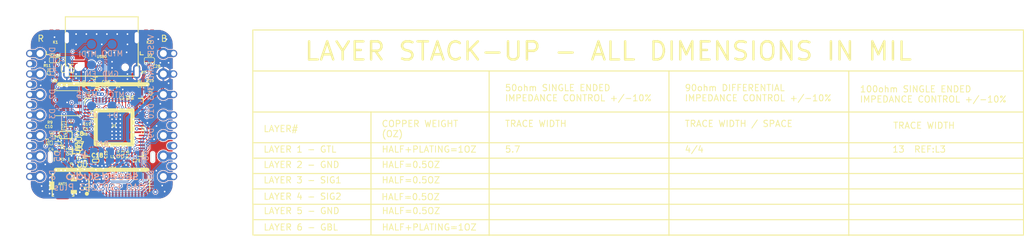
<source format=kicad_pcb>
(kicad_pcb (version 20241229) (generator "pcbnew") (generator_version "9.0")
  (layers (0 "F.Cu" signal) (4 "In1.Cu" signal) (6 "In2.Cu" signal) (8 "In3.Cu" signal) (10 "In4.Cu" signal) (2 "B.Cu" signal) (13 "F.Paste" user) (15 "B.Paste" user) (5 "F.SilkS" user "F.Silkscreen") (7 "B.SilkS" user "B.Silkscreen") (1 "F.Mask" user) (3 "B.Mask" user) (25 "Edge.Cuts" user))
  (net 0 "")
  (net 1 "/MTMS{slash}IO42{slash}PDM_CLK{slash}TX1")
  (net 2 "GND_POWER")
  (net 3 "Net-(ANT1-PadD)")
  (net 4 "/VBAT")
  (net 5 "/ESP_USB_D+")
  (net 6 "/ESP_USB_D-")
  (net 7 "/VIN")
  (net 8 "/VCC_3V3")
  (net 9 "Net-(X1-X2)")
  (net 10 "Net-(U1-XTAL_N)")
  (net 11 "/VBUS")
  (net 12 "Net-(U1-VDD3P3@1)")
  (net 13 "Net-(U1-LNA_IN)")
  (net 14 "Net-(C20-Pad2)")
  (net 15 "/EN")
  (net 16 "/IO38{slash}DVP_VSYNC{slash}I2S_SD")
  (net 17 "/MTDO{slash}IO40{slash}CAM_SDA{slash}I2S_WS")
  (net 18 "/GPIO0")
  (net 19 "Net-(U4-NCHG)")
  (net 20 "Net-(CHG0-Pad+)")
  (net 21 "Net-(D3-Pad+)")
  (net 22 "/IO21{slash}USER_LED")
  (net 23 "/D10{slash}A10{slash}MOSI")
  (net 24 "/MTDI{slash}IO41{slash}PDM_DATA{slash}RX1")
  (net 25 "/IO47{slash}DVP_HREF")
  (net 26 "/IO11{slash}DVP_Y8{slash}SPI_MOSI1")
  (net 27 "/D9{slash}A9{slash}MISO")
  (net 28 "/D8{slash}A8{slash}SCK")
  (net 29 "/IO15{slash}DVP_Y2")
  (net 31 "/MTCK{slash}IO39{slash}CAM_SCL{slash}I2S_SCK")
  (net 33 "/IO12{slash}DVP_Y7{slash}SPI_MISO1")
  (net 34 "/IO14{slash}DVP_Y6")
  (net 35 "/IO13{slash}DVP_PCLK{slash}SPI_SCK1")
  (net 36 "/IO10{slash}XMCLK{slash}ADC_BAT")
  (net 37 "/IO48{slash}DVP_Y9")
  (net 38 "/D2{slash}A2")
  (net 39 "Net-(U3-SW)")
  (net 40 "Net-(USB0-A5{slash}CC1)")
  (net 41 "Net-(USB0-B5{slash}CC2)")
  (net 42 "/USB_D-")
  (net 43 "/USB_D+")
  (net 44 "Net-(U1-XTAL_P)")
  (net 45 "/D6{slash}TX")
  (net 46 "Net-(U1-U0TXD)")
  (net 47 "Net-(U4-IREF)")
  (net 48 "Net-(U3-MODE)")
  (net 49 "/SPID")
  (net 51 "/D7{slash}RX")
  (net 54 "/D0{slash}A0")
  (net 55 "/D3{slash}A3")
  (net 57 "/IO16{slash}DVP_Y5")
  (net 58 "/SPIWP")
  (net 59 "/SPICLK")
  (net 60 "/SPIHD")
  (net 62 "/SPICS0")
  (net 63 "/SPIQ")
  (net 64 "unconnected-(J3-Pad1)")
  (net 68 "/D1{slash}A1")
  (net 69 "/D4{slash}A4{slash}I2C_SDA")
  (net 70 "/VDD_SPI")
  (net 73 "/IO18{slash}DVP_Y4")
  (net 74 "/IO17{slash}DVP_Y3")
  (net 75 "/D5{slash}A5{slash}I2C_SCL")
  (footprint "XIAO ESP32S3_v1.2_230725:C0201" (layer "F.Cu") (at 153.2001 102.5133 180)
    (property "Reference" "C1")
    (property "Value" "DNP")
  )
  (footprint "XIAO ESP32S3_v1.2_230725:C0201" (layer "F.Cu") (at 145.6555 110.8399 180)
    (property "Reference" "C20")
    (property "Value" "DNP")
  )
  (footprint "XIAO ESP32S3_v1.2_230725:R0201" (layer "F.Cu") (at 142.7861 108.6147 -90)
    (property "Reference" "R13")
    (property "Value" "249K")
  )
  (footprint "XIAO ESP32S3_v1.2_230725:C0201" (layer "F.Cu") (at 149.0235 110.9909 90)
    (property "Reference" "C15")
    (property "Value" "100nF")
  )
  (footprint "Capacitor:C0201" (layer "F.Cu") (at 145.5801 108.0505)
    (property "Reference" "C8")
    (property "Value" "12pF")
  )
  (footprint "XIAO ESP32S3_v1.2_230725:USB2.0-TYPE-C" (layer "F.Cu") (at 148.5011 100.2781 -90)
    (property "Reference" "USB0")
    (property "Value" "UBF31-0171")
  )
  (footprint "XIAO ESP32S3_v1.2_230725:C0201" (layer "F.Cu") (at 142.8871 106.5155 180)
    (property "Reference" "C10")
    (property "Value" "1uF")
  )
  (footprint "XIAO ESP32S3_v1.2_230725:R0201" (layer "F.Cu") (at 154.3685 99.8463)
    (property "Reference" "R7")
    (property "Value" "10K")
  )
  (footprint "XIAO ESP32S3_v1.2_230725:L0201" (layer "F.Cu") (at 149.8061 110.7461 180)
    (property "Reference" "L1")
    (property "Value" "2nH")
  )
  (footprint "XIAO ESP32S3_v1.2_230725:R0201" (layer "F.Cu") (at 154.3685 100.4051)
    (property "Reference" "R15")
    (property "Value" "1.5K")
  )
  (footprint "Capacitor:C0201" (layer "F.Cu") (at 146.4234 111.1085 90)
    (property "Reference" "C17")
    (property "Value" "1.2pF")
  )
  (footprint "XIAO ESP32S3_v1.2_230725:C0201" (layer "F.Cu") (at 152.6921 111.1493 180)
    (property "Reference" "C29")
    (property "Value" "100nF")
  )
  (footprint "XIAO ESP32S3_v1.2_230725:C0201" (layer "F.Cu") (at 142.7807 107.5933 90)
    (property "Reference" "C6")
    (property "Value" "4.7uF")
  )
  (footprint "XIAO ESP32S3_v1.2_230725:R0201" (layer "F.Cu") (at 142.6591 100.4305 180)
    (property "Reference" "R8")
    (property "Value" "10K")
  )
  (footprint "Capacitor:C0201" (layer "F.Cu") (at 147.7537 110.7529)
    (property "Reference" "C18")
    (property "Value" "1.8pF")
  )
  (footprint "XIAO ESP32S3_v1.2_230725:C0201" (layer "F.Cu") (at 148.8948 101.9418)
    (property "Reference" "C26")
    (property "Value" "1uF")
  )
  (footprint "XIAO ESP32S3_v1.2_230725:R0201" (layer "F.Cu") (at 142.6591 99.2367 180)
    (property "Reference" "R11")
    (property "Value" "10K")
  )
  (footprint "XIAO ESP32S3_v1.2_230725:DFN1006-2L" (layer "F.Cu") (at 144.6722 106.4095 90)
    (property "Reference" "D2")
    (property "Value" "LMBR4010BST5G")
  )
  (footprint "XIAO ESP32S3_v1.2_230725:C0201" (layer "F.Cu") (at 145.5647 106.2471 180)
    (property "Reference" "C19")
    (property "Value" "100nF")
  )
  (footprint "XIAO ESP32S3_v1.2_230725:C0201" (layer "F.Cu") (at 145.5647 106.8313 180)
    (property "Reference" "C5")
    (property "Value" "4.7uF")
  )
  (footprint "XIAO ESP32S3_v1.2_230725:C0201" (layer "F.Cu") (at 154.0637 102.1831 -90)
    (property "Reference" "C22")
    (property "Value" "100nF")
  )
  (footprint "Ic:BGA6-0.35-0.85X1.2X0.4MM" (layer "F.Cu") (at 144.2955 108.6055 90)
    (property "Reference" "U3")
    (property "Value" "SGM6029CYG/TR")
  )
  (footprint "XIAO ESP32S3_v1.2_230725:C0201" (layer "F.Cu") (at 149.8092 111.2861 180)
    (property "Reference" "C30")
    (property "Value" "100nF")
  )
  (footprint "XIAO ESP32S3_v1.2_230725:C0201" (layer "F.Cu") (at 145.3219 110.0665 -90)
    (property "Reference" "C12")
    (property "Value" "10nF")
  )
  (footprint "XIAO ESP32S3_v1.2_230725:C0201" (layer "F.Cu") (at 154.1653 107.0091 90)
    (property "Reference" "C23")
    (property "Value" "100nF")
  )
  (footprint "XIAO ESP32S3_v1.2_230725:L0201" (layer "F.Cu") (at 145.6571 111.3687)
    (property "Reference" "L3")
    (property "Value" "DNP")
  )
  (footprint "XIAO ESP32S3_v1.2_230725:PMOS_1.0*0.6*0.35MM" (layer "F.Cu") (at 143.8241 106.4163)
    (property "Reference" "Q1")
    (property "Value" "PMOS_1.00.60.35MM")
  )
  (footprint "XIAO ESP32S3_v1.2_230725:LED-0402" (layer "F.Cu") (at 142.6591 98.2969)
    (property "Reference" "CHG0")
    (property "Value" "RED")
  )
  (footprint "XIAO ESP32S3_v1.2_230725:C0201" (layer "F.Cu") (at 142.9893 109.3713 180)
    (property "Reference" "C4")
    (property "Value" "4.7uF")
  )
  (footprint "Connector:BTB30-0.4-7.52X2.97X1.14" (layer "F.Cu") (at 150.6601 113.8417)
    (property "Reference" "J3")
    (property "Value" "30pin")
  )
  (footprint "XIAO ESP32S3_v1.2_230725:SW4-SMD-2.8-2.6X1.6X0.53MM" (layer "F.Cu") (at 142.6591 96.0871 90)
    (property "Reference" "K1")
    (property "Value" "SKTAAAE010/311021459")
  )
  (footprint "Module:MOUDLE23P-XIAO-HALF-HOLE" (layer "F.Cu") (at 148.4884 105.0925 90)
    (property "Reference" "U2")
    (property "Value" "XIAO-HALF-HOLE-23P")
  )
  (footprint "XIAO ESP32S3_v1.2_230725:C0201" (layer "F.Cu") (at 145.8441 110.0671 -90)
    (property "Reference" "C11")
    (property "Value" "100nF")
  )
  (footprint "XIAO ESP32S3_v1.2_230725:C0201" (layer "F.Cu") (at 144.7673 110.5805 -90)
    (property "Reference" "C9")
    (property "Value" "2.2uF")
  )
  (footprint "XIAO ESP32S3_v1.2_230725:L0603" (layer "F.Cu") (at 144.038 107.5714)
    (property "Reference" "L4")
    (property "Value" "470nH")
  )
  (footprint "XIAO ESP32S3_v1.2_230725:R0201" (layer "F.Cu") (at 150.4061 101.9291)
    (property "Reference" "R2")
    (property "Value" "5.1K")
  )
  (footprint "XIAO ESP32S3_v1.2_230725:R0201" (layer "F.Cu") (at 151.7015 102.2339 -90)
    (property "Reference" "R3")
    (property "Value" "22R")
  )
  (footprint "XIAO ESP32S3_v1.2_230725:L0201" (layer "F.Cu") (at 147.2103 111.3333)
    (property "Reference" "L2")
    (property "Value" "3.3nH")
  )
  (footprint "Ic:WLCSP-0.4-0.92X1.16X0.4MM" (layer "F.Cu") (at 147.3708 102.2466 -90)
    (property "Reference" "U4")
    (property "Value" "SGM40567-4.2XG/TR")
  )
  (footprint "XIAO ESP32S3_v1.2_230725:SW4-SMD-2.8-2.6X1.6X0.53MM" (layer "F.Cu") (at 154.3431 96.0871 90)
    (property "Reference" "K2")
    (property "Value" "SKTAAAE010/311021459")
  )
  (footprint "XIAO ESP32S3_v1.2_230725:X4-SMD-1.6X1.2X0.35MM" (layer "F.Cu") (at 143.5219 110.5905 -90)
    (property "Reference" "X1")
    (property "Value" "40MHz")
  )
  (footprint "XIAO ESP32S3_v1.2_230725:QFN56G-0.4-7X7MM" (layer "F.Cu") (at 150.0251 106.6281 90)
    (property "Reference" "U1")
    (property "Value" "MCU-ESP32-S3")
  )
  (footprint "XIAO ESP32S3_v1.2_230725:C0201" (layer "F.Cu") (at 151.7269 111.0069 90)
    (property "Reference" "C16")
    (property "Value" "2.2uF")
  )
  (footprint "XIAO ESP32S3_v1.2_230725:R0201" (layer "F.Cu") (at 152.2857 102.2339 -90)
    (property "Reference" "R4")
    (property "Value" "22R")
  )
  (footprint "Inductor:L0201" (layer "F.Cu") (at 145.6355 108.7871 180)
    (property "Reference" "L5")
    (property "Value" "24nH")
  )
  (footprint "XIAO ESP32S3_v1.2_230725:R0201" (layer "F.Cu") (at 146.3575 102.2593 90)
    (property "Reference" "R10")
    (property "Value" "220K")
  )
  (footprint "XIAO ESP32S3_v1.2_230725:C0201" (layer "F.Cu") (at 143.2979 108.6447 90)
    (property "Reference" "C3")
    (property "Value" "2.2uF")
  )
  (footprint "Ic:USON8-0.8-3X3X0.55MM" (layer "F.Cu") (at 144.3101 103.6263)
    (property "Reference" "U5")
    (property "Value" "PY25Q128HA-DFH-IR")
  )
  (footprint "XIAO ESP32S3_v1.2_230725:LED-0402" (layer "F.Cu") (at 154.3939 98.2969)
    (property "Reference" "D3")
    (property "Value" "Yellow")
  )
  (footprint "XIAO ESP32S3_v1.2_230725:C0201" (layer "F.Cu") (at 148.8948 102.5133)
    (property "Reference" "C25")
    (property "Value" "1uF")
  )
  (footprint "XIAO ESP32S3_v1.2_230725:C0201" (layer "F.Cu") (at 151.1427 110.9969 90)
    (property "Reference" "C13")
    (property "Value" "2.2uF")
  )
  (footprint "XIAO ESP32S3_v1.2_230725:C0201" (layer "F.Cu") (at 142.8877 105.9947)
    (property "Reference" "R9")
    (property "Value" "100K")
  )
  (footprint "XIAO ESP32S3_v1.2_230725:R0201" (layer "F.Cu") (at 145.5801 107.5117 180)
    (property "Reference" "R6")
    (property "Value" "499R")
  )
  (footprint "XIAO ESP32S3_v1.2_230725:R0201" (layer "F.Cu") (at 153.2001 101.9291 180)
    (property "Reference" "R1")
    (property "Value" "5.1K")
  )
  (footprint "XIAO ESP32S3_v1.2_230725:C0201" (layer "F.Cu") (at 154.3685 99.2621 180)
    (property "Reference" "C28")
    (property "Value" "10pF")
  )
  (footprint "XIAO ESP32S3_v1.2_230725:U-FL3P-SMD-2.6X2.6X1.0MM" (layer "F.Cu") (at 143.6497 113.8417 180)
    (property "Reference" "ANT1")
    (property "Value" "U.FL-R-SMT-1")
  )
  (footprint "XIAO ESP32S3_v1.2_230725:C0201" (layer "F.Cu") (at 150.6193 110.9969 90)
    (property "Reference" "C14")
    (property "Value" "100nF")
  )
  (footprint "XIAO ESP32S3_v1.2_230725:C0201" (layer "F.Cu") (at 142.6591 99.8209)
    (property "Reference" "C21")
    (property "Value" "1uF")
  )
  (footprint "Capacitor:C0201" (layer "F.Cu") (at 145.6361 109.3161)
    (property "Reference" "C7")
    (property "Value" "12pF")
  )
  (footprint "XIAO ESP32S3_v1.2_230725:C0201" (layer "F.Cu") (at 150.9141 102.5133)
    (property "Reference" "C2")
    (property "Value" "DNP")
  )
  (footprint "XIAO ESP32S3_v1.2_230725:TP-80X40MIL" (layer "B.Cu") (at 148.309584 109.36224 90)
    (property "Reference" "BAT0" (hide yes))
    (property "Value" "VBAT" (hide yes))
  )
  (footprint "XIAO ESP32S3_v1.2_230725:TP-D45MIL" (layer "B.Cu") (at 149.7711 98.8811 -90)
    (property "Reference" "TP1" (hide yes))
    (property "Value" "TEST-POINT'4545'" (hide yes))
  )
  (footprint "XIAO ESP32S3_v1.2_230725:TP-D45MIL" (layer "B.Cu") (at 147.2311 98.8811 -90)
    (property "Reference" "TP6" (hide yes))
    (property "Value" "TEST-POINT'4545'" (hide yes))
  )
  (footprint "XIAO ESP32S3_v1.2_230725:TP-D45MIL" (layer "B.Cu") (at 147.2311 101.4211)
    (property "Reference" "TP2" (hide yes))
    (property "Value" "TEST-POINT'4545'" (hide yes))
  )
  (footprint "XIAO ESP32S3_v1.2_230725:TP-80X40MIL" (layer "B.Cu") (at 150.214584 109.36224 90)
    (property "Reference" "GND0" (hide yes))
    (property "Value" "GND" (hide yes))
  )
  (footprint "XIAO ESP32S3_v1.2_230725:TP-D45MIL" (layer "B.Cu") (at 149.7711 103.9611)
    (property "Reference" "TP8" (hide yes))
    (property "Value" "TEST-POINT'4545'" (hide yes))
  )
  (footprint "XIAO ESP32S3_v1.2_230725:TP-D45MIL" (layer "B.Cu") (at 149.7711 101.4211 -90)
    (property "Reference" "TP5" (hide yes))
    (property "Value" "TEST-POINT'4545'" (hide yes))
  )
  (footprint "XIAO ESP32S3_v1.2_230725:TP-D45MIL" (layer "B.Cu") (at 147.2311 96.3411)
    (property "Reference" "TP3" (hide yes))
    (property "Value" "TEST-POINT'4545'" (hide yes))
  )
  (footprint "Logo:LOGO-SEEED-NEW-1X9.6MM" (layer "B.Cu") (at 148.5646 112.6998 180)
    (property "Reference" "G***" (hide yes))
    (property "Value" "LOGO" (hide yes))
  )
  (footprint "XIAO ESP32S3_v1.2_230725:TP-D45MIL" (layer "B.Cu") (at 149.7711 96.3411 -90)
    (property "Reference" "TP4" (hide yes))
    (property "Value" "TEST-POINT'4545'" (hide yes))
  )
  (footprint "XIAO ESP32S3_v1.2_230725:TP-D45MIL" (layer "B.Cu") (at 147.2311 103.9611)
    (property "Reference" "TP7" (hide yes))
    (property "Value" "TEST-POINT'4545'" (hide yes))
  )
  (gr_line (start 262.4201 108.5331) (end 262.4201 110.4381) (stroke (width 0.127)) (layer "F.SilkS"))
  (gr_line (start 240.8301 116.1531) (end 218.6051 116.1531) (stroke (width 0.127)) (layer "F.SilkS"))
  (gr_line (start 167.1701 116.1531) (end 167.1701 114.2481) (stroke (width 0.127)) (layer "F.SilkS"))
  (gr_line (start 167.1701 110.4381) (end 262.4201 110.4381) (stroke (width 0.127)) (layer "F.SilkS"))
  (gr_line (start 262.4328 119.9642) (end 240.8428 119.9642) (stroke (width 0.127)) (layer "F.SilkS"))
  (gr_line (start 147.7518 104.521) (end 147.7518 108.712) (stroke (width 0.508)) (layer "F.SilkS"))
  (gr_line (start 218.6051 116.1531) (end 196.3801 116.1531) (stroke (width 0.127)) (layer "F.SilkS"))
  (gr_line (start 218.6178 119.9642) (end 196.3928 119.9642) (stroke (width 0.127)) (layer "F.SilkS"))
  (gr_line (start 218.6051 99.6431) (end 240.8301 99.6431) (stroke (width 0.127)) (layer "F.SilkS"))
  (gr_line (start 240.8301 99.6431) (end 240.8301 120.015) (stroke (width 0.127)) (layer "F.SilkS"))
  (gr_line (start 154.1415 111.8859) (end 142.8369 111.8859) (stroke (width 0.508)) (layer "F.SilkS"))
  (gr_line (start 167.1701 94.5631) (end 262.4201 94.5631) (stroke (width 0.127)) (layer "F.SilkS"))
  (gr_line (start 196.3801 99.6431) (end 218.6051 99.6431) (stroke (width 0.127)) (layer "F.SilkS"))
  (gr_line (start 262.4201 116.1531) (end 240.8301 116.1531) (stroke (width 0.127)) (layer "F.SilkS"))
  (gr_line (start 167.1701 108.5331) (end 167.1701 104.7231) (stroke (width 0.127)) (layer "F.SilkS"))
  (gr_line (start 262.4328 116.1542) (end 262.4328 118.0592) (stroke (width 0.127)) (layer "F.SilkS"))
  (gr_line (start 167.1701 104.7231) (end 181.7751 104.7231) (stroke (width 0.127)) (layer "F.SilkS"))
  (gr_line (start 181.7878 119.9642) (end 167.1828 119.9642) (stroke (width 0.127)) (layer "F.SilkS"))
  (gr_line (start 167.1701 114.2481) (end 262.4201 114.2481) (stroke (width 0.127)) (layer "F.SilkS"))
  (gr_line (start 196.3801 116.1531) (end 181.7751 116.1531) (stroke (width 0.127)) (layer "F.SilkS"))
  (gr_line (start 167.1701 104.7231) (end 167.1701 99.6431) (stroke (width 0.127)) (layer "F.SilkS"))
  (gr_line (start 218.6051 120.015) (end 218.6051 99.6431) (stroke (width 0.127)) (layer "F.SilkS"))
  (gr_line (start 262.4201 99.6431) (end 262.4201 104.7231) (stroke (width 0.127)) (layer "F.SilkS"))
  (gr_line (start 147.8026 101.8021) (end 147.9296 101.9291) (stroke (width 0.1524)) (layer "F.SilkS"))
  (gr_line (start 181.7751 116.1531) (end 167.1701 116.1531) (stroke (width 0.127)) (layer "F.SilkS"))
  (gr_line (start 167.1701 112.3431) (end 167.1701 110.4381) (stroke (width 0.127)) (layer "F.SilkS"))
  (gr_line (start 196.3801 99.6431) (end 196.3801 120.015) (stroke (width 0.127)) (layer "F.SilkS"))
  (gr_line (start 167.1701 110.4381) (end 167.1701 108.5331) (stroke (width 0.127)) (layer "F.SilkS"))
  (gr_line (start 240.8301 99.6431) (end 262.4201 99.6431) (stroke (width 0.127)) (layer "F.SilkS"))
  (gr_line (start 167.1701 108.5331) (end 262.4201 108.5331) (stroke (width 0.127)) (layer "F.SilkS"))
  (gr_line (start 167.1828 118.0592) (end 262.4328 118.0592) (stroke (width 0.127)) (layer "F.SilkS"))
  (gr_line (start 181.7751 104.7231) (end 181.7751 119.888) (stroke (width 0.127)) (layer "F.SilkS"))
  (gr_line (start 262.4201 104.7231) (end 262.4201 108.5331) (stroke (width 0.127)) (layer "F.SilkS"))
  (gr_line (start 181.7751 104.7231) (end 262.4201 104.7231) (stroke (width 0.127)) (layer "F.SilkS"))
  (gr_line (start 143.2179 101.2859) (end 154.1669 101.2859) (stroke (width 0.508)) (layer "F.SilkS"))
  (gr_line (start 152.2984 108.712) (end 152.2984 104.521) (stroke (width 0.508)) (layer "F.SilkS"))
  (gr_line (start 240.8428 119.9642) (end 218.6178 119.9642) (stroke (width 0.127)) (layer "F.SilkS"))
  (gr_line (start 167.1828 119.9642) (end 167.1828 118.0592) (stroke (width 0.127)) (layer "F.SilkS"))
  (gr_line (start 262.4201 114.2481) (end 262.4201 116.1531) (stroke (width 0.127)) (layer "F.SilkS"))
  (gr_line (start 167.1701 99.6431) (end 167.1701 94.5631) (stroke (width 0.127)) (layer "F.SilkS"))
  (gr_line (start 152.2984 104.521) (end 147.7518 104.521) (stroke (width 0.508)) (layer "F.SilkS"))
  (gr_line (start 262.4201 110.4381) (end 262.4201 112.3431) (stroke (width 0.127)) (layer "F.SilkS"))
  (gr_line (start 147.7772 108.7374) (end 152.2984 108.7374) (stroke (width 0.508)) (layer "F.SilkS"))
  (gr_line (start 167.1701 114.2481) (end 167.1701 112.3431) (stroke (width 0.127)) (layer "F.SilkS"))
  (gr_line (start 167.1701 112.3431) (end 262.4201 112.3431) (stroke (width 0.127)) (layer "F.SilkS"))
  (gr_line (start 196.3928 119.9642) (end 181.7878 119.9642) (stroke (width 0.127)) (layer "F.SilkS"))
  (gr_line (start 262.4201 112.3431) (end 262.4201 114.2481) (stroke (width 0.127)) (layer "F.SilkS"))
  (gr_line (start 262.4328 118.0592) (end 262.4328 119.9642) (stroke (width 0.127)) (layer "F.SilkS"))
  (gr_line (start 167.1828 118.0592) (end 167.1828 116.1542) (stroke (width 0.127)) (layer "F.SilkS"))
  (gr_line (start 167.1701 99.6431) (end 196.3801 99.6431) (stroke (width 0.127)) (layer "F.SilkS"))
  (gr_line (start 262.4201 94.5631) (end 262.4201 99.6431) (stroke (width 0.127)) (layer "F.SilkS"))
  (gr_line (start 146.3548 110.0963) (end 146.3548 109.7153) (stroke (width 0.1524)) (layer "B.SilkS"))
  (gr_line (start 151.041608 110.118144) (end 150.279608 110.118144) (stroke (width 0.1524)) (layer "B.SilkS"))
  (gr_line (start 146.7358 110.0963) (end 146.3548 110.0963) (stroke (width 0.1524)) (layer "B.SilkS"))
  (gr_line (start 145.9738 110.0963) (end 146.3548 110.0963) (stroke (width 0.1524)) (layer "B.SilkS"))
  (gr_line (start 146.3548 110.0963) (end 146.3548 110.4773) (stroke (width 0.1524)) (layer "B.SilkS"))
  (gr_arc (start 141.9352 109.8772) (mid 142.1384 109.674) (end 142.3416 109.8772) (stroke (width 0.05)) (layer "Edge.Cuts"))
  (gr_line (start 155.4861 94.4361) (end 141.5161 94.4361) (stroke (width 0.01)) (layer "Edge.Cuts"))
  (gr_arc (start 139.6111 96.3411) (mid 140.169062 94.994062) (end 141.5161 94.4361) (stroke (width 0.01)) (layer "Edge.Cuts"))
  (gr_line (start 139.6111 113.6661) (end 139.6111 96.3411) (stroke (width 0.01)) (layer "Edge.Cuts"))
  (gr_line (start 154.5971 110.7392) (end 154.5971 109.8804) (stroke (width 0.05)) (layer "Edge.Cuts"))
  (gr_arc (start 155.4861 94.4361) (mid 156.833138 94.994062) (end 157.3911 96.3411) (stroke (width 0.01)) (layer "Edge.Cuts"))
  (gr_line (start 157.3911 113.6661) (end 157.3911 96.3411) (stroke (width 0.01)) (layer "Edge.Cuts"))
  (gr_arc (start 142.3416 110.7392) (mid 142.1384 110.9424) (end 141.9352 110.7392) (stroke (width 0.05)) (layer "Edge.Cuts"))
  (gr_line (start 141.9352 110.7392) (end 141.9352 109.8804) (stroke (width 0.05)) (layer "Edge.Cuts"))
  (gr_arc (start 157.3911 113.6661) (mid 156.833138 115.013138) (end 155.4861 115.5711) (stroke (width 0.01)) (layer "Edge.Cuts"))
  (gr_line (start 142.3416 109.8804) (end 142.3416 110.7392) (stroke (width 0.05)) (layer "Edge.Cuts"))
  (gr_line (start 141.5161 115.5711) (end 155.4861 115.5711) (stroke (width 0.01)) (layer "Edge.Cuts"))
  (gr_arc (start 155.0035 110.7392) (mid 154.8003 110.9424) (end 154.5971 110.7392) (stroke (width 0.05)) (layer "Edge.Cuts"))
  (gr_arc (start 141.5161 115.5711) (mid 140.169062 115.013138) (end 139.6111 113.6661) (stroke (width 0.01)) (layer "Edge.Cuts"))
  (gr_arc (start 154.5971 109.8772) (mid 154.8003 109.674) (end 155.0035 109.8772) (stroke (width 0.05)) (layer "Edge.Cuts"))
  (gr_line (start 155.0035 109.8804) (end 155.0035 110.7392) (stroke (width 0.05)) (layer "Edge.Cuts"))
  (gr_text "HALF=0.5OZ" (at 183.0578 117.4242 0) (layer "F.SilkS") (effects (font (size 0.78232 0.78232) (thickness 0.10668)) (justify left bottom)))
  (gr_text "HALF+PLATING=1OZ" (at 183.0578 119.4562 0) (layer "F.SilkS") (effects (font (size 0.78232 0.78232) (thickness 0.10668)) (justify left bottom)))
  (gr_text "90ohm DIFFERENTIAL \nIMPEDANCE CONTROL +/-10%" (at 220.5101 103.4531 0) (layer "F.SilkS") (effects (font (size 0.78232 0.78232) (thickness 0.10668)) (justify left bottom)))
  (gr_text "LAYER 6 - GBL" (at 168.4528 119.4562 0) (layer "F.SilkS") (effects (font (size 0.78232 0.78232) (thickness 0.10668)) (justify left bottom)))
  (gr_text "13  REF:L3" (at 246.1641 109.8031 0) (layer "F.SilkS") (effects (font (size 0.78232 0.78232) (thickness 0.10668)) (justify left bottom)))
  (gr_text "HALF=0.5OZ" (at 183.007 115.697 0) (layer "F.SilkS") (effects (font (size 0.78232 0.78232) (thickness 0.10668)) (justify left bottom)))
  (gr_text "HALF+PLATING=1OZ" (at 183.0451 109.8031 0) (layer "F.SilkS") (effects (font (size 0.78232 0.78232) (thickness 0.10668)) (justify left bottom)))
  (gr_text "HALF=0.5OZ" (at 183.0451 111.7081 0) (layer "F.SilkS") (effects (font (size 0.78232 0.78232) (thickness 0.10668)) (justify left bottom)))
  (gr_text "LAYER 4 - SIG2" (at 168.4401 115.6451 0) (layer "F.SilkS") (effects (font (size 0.78232 0.78232) (thickness 0.10668)) (justify left bottom)))
  (gr_text "LAYER#" (at 168.4401 107.2631 0) (layer "F.SilkS") (effects (font (size 0.78232 0.78232) (thickness 0.10668)) (justify left bottom)))
  (gr_text "HALF=0.5OZ" (at 183.0451 113.6131 0) (layer "F.SilkS") (effects (font (size 0.78232 0.78232) (thickness 0.10668)) (justify left bottom)))
  (gr_text "LAYER 5 - GND" (at 168.4528 117.4242 0) (layer "F.SilkS") (effects (font (size 0.78232 0.78232) (thickness 0.10668)) (justify left bottom)))
  (gr_text "LAYER 2 - GND" (at 168.4401 111.7081 0) (layer "F.SilkS") (effects (font (size 0.78232 0.78232) (thickness 0.10668)) (justify left bottom)))
  (gr_text "B" (at 155.7401 96.0871 0) (layer "F.SilkS") (effects (font (size 0.78232 0.78232) (thickness 0.10668)) (justify left bottom)))
  (gr_text "TRACE WIDTH" (at 246.2657 106.8567 0) (layer "F.SilkS") (effects (font (size 0.78232 0.78232) (thickness 0.10668)) (justify left bottom)))
  (gr_text "5.7" (at 198.2851 109.8031 0) (layer "F.SilkS") (effects (font (size 0.78232 0.78232) (thickness 0.10668)) (justify left bottom)))
  (gr_text "4/4" (at 220.5101 109.8031 0) (layer "F.SilkS") (effects (font (size 0.78232 0.78232) (thickness 0.10668)) (justify left bottom)))
  (gr_text "TRACE WIDTH / SPACE" (at 220.5101 106.6281 0) (layer "F.SilkS") (effects (font (size 0.78232 0.78232) (thickness 0.10668)) (justify left bottom)))
  (gr_text "50ohm SINGLE ENDED \nIMPEDANCE CONTROL +/-10%" (at 198.2851 103.4531 0) (layer "F.SilkS") (effects (font (size 0.78232 0.78232) (thickness 0.10668)) (justify left bottom)))
  (gr_text "LAYER 1 - GTL" (at 168.4401 109.8031 0) (layer "F.SilkS") (effects (font (size 0.78232 0.78232) (thickness 0.10668)) (justify left bottom)))
  (gr_text "TRACE WIDTH" (at 198.2851 106.6281 0) (layer "F.SilkS") (effects (font (size 0.78232 0.78232) (thickness 0.10668)) (justify left bottom)))
  (gr_text "R" (at 140.5001 96.0871 0) (layer "F.SilkS") (effects (font (size 0.78232 0.78232) (thickness 0.10668)) (justify left bottom)))
  (gr_text "COPPER WEIGHT\n(OZ)" (at 183.0451 107.8981 0) (layer "F.SilkS") (effects (font (size 0.78232 0.78232) (thickness 0.10668)) (justify left bottom)))
  (gr_text "100ohm SINGLE ENDED \nIMPEDANCE CONTROL +/-10%" (at 242.1509 103.6055 0) (layer "F.SilkS") (effects (font (size 0.78232 0.78232) (thickness 0.10668)) (justify left bottom)))
  (gr_text "LAYER STACK-UP - ALL DIMENSIONS IN MIL" (at 173.3931 98.5001 0) (layer "F.SilkS") (effects (font (size 2.2352 2.2352) (thickness 0.3048)) (justify left bottom)))
  (gr_text "LAYER 3 - SIG1" (at 168.4401 113.6131 0) (layer "F.SilkS") (effects (font (size 0.78232 0.78232) (thickness 0.10668)) (justify left bottom)))
  (gr_text "D9" (at 154.9781 106.6281 -270) (layer "B.SilkS") (effects (font (size 0.67056 0.67056) (thickness 0.09144)) (justify left bottom mirror)))
  (gr_text "MTMS" (at 148.0566 102.997 0) (layer "B.SilkS") (effects (font (size 0.67056 0.67056) (thickness 0.09144)) (justify left bottom mirror)))
  (gr_text "D3" (at 142.7861 104.2151 -270) (layer "B.SilkS") (effects (font (size 0.67056 0.67056) (thickness 0.09144)) (justify left bottom mirror)))
  (gr_text "MTDO" (at 151.1808 97.8662 0) (layer "B.SilkS") (effects (font (size 0.67056 0.67056) (thickness 0.09144)) (justify left bottom mirror)))
  (gr_text "D0" (at 142.7861 96.5951 -270) (layer "B.SilkS") (effects (font (size 0.67056 0.67056) (thickness 0.09144)) (justify left bottom mirror)))
  (gr_text "D2" (at 142.7861 101.8021 -270) (layer "B.SilkS") (effects (font (size 0.67056 0.67056) (thickness 0.09144)) (justify left bottom mirror)))
  (gr_text "D4" (at 142.7861 106.8821 -270) (layer "B.SilkS") (effects (font (size 0.67056 0.67056) (thickness 0.09144)) (justify left bottom mirror)))
  (gr_text "D7" (at 154.9781 111.8351 -270) (layer "B.SilkS") (effects (font (size 0.67056 0.67056) (thickness 0.09144)) (justify left bottom mirror)))
  (gr_text "D10" (at 154.9781 103.5801 -270) (layer "B.SilkS") (effects (font (size 0.67056 0.67056) (thickness 0.09144)) (justify left bottom mirror)))
  (gr_text "GND" (at 154.9781 98.7541 -270) (layer "B.SilkS") (effects (font (size 0.67056 0.67056) (thickness 0.09144)) (justify left bottom mirror)))
  (gr_text "GND" (at 150.6601 100.4051 0) (layer "B.SilkS") (effects (font (size 0.67056 0.67056) (thickness 0.09144)) (justify left bottom mirror)))
  (gr_text "D5" (at 143.3957 109.501432 -270) (layer "B.SilkS") (effects (font (size 0.67056 0.67056) (thickness 0.09144)) (justify left bottom mirror)))
  (gr_text "D8" (at 154.3431 109.3978 -270) (layer "B.SilkS") (effects (font (size 0.67056 0.67056) (thickness 0.09144)) (justify left bottom mirror)))
  (gr_text "VUSB" (at 154.9781 95.0711 -270) (layer "B.SilkS") (effects (font (size 0.67056 0.67056) (thickness 0.09144)) (justify left bottom mirror)))
  (gr_text "D6" (at 142.7861 111.8351 -270) (layer "B.SilkS") (effects (font (size 0.67056 0.67056) (thickness 0.09144)) (justify left bottom mirror)))
  (gr_text "3V3" (at 154.964913 101.391335 90) (layer "B.SilkS") (effects (font (size 0.67056 0.67056) (thickness 0.09144)) (justify left bottom mirror)))
  (gr_text "XIAO ESP32S3 Plus" (at 154.178 114.5032 0) (layer "B.SilkS") (effects (font (size 0.78232 0.78232) (thickness 0.10668)) (justify left bottom mirror)))
  (gr_text "D-" (at 148.082 105.4851 0) (layer "B.SilkS") (effects (font (size 0.67056 0.67056) (thickness 0.09144)) (justify left bottom mirror)))
  (gr_text "BAT" (at 149.4282 109.093 0) (layer "B.SilkS") (effects (font (size 0.67056 0.67056) (thickness 0.09144)) (justify left bottom mirror)))
  (gr_text "MTCK" (at 151.384 102.997 0) (layer "B.SilkS") (effects (font (size 0.67056 0.67056) (thickness 0.09144)) (justify left bottom mirror)))
  (gr_text "D+" (at 150.622 105.4851 0) (layer "B.SilkS") (effects (font (size 0.67056 0.67056) (thickness 0.09144)) (justify left bottom mirror)))
  (gr_text "D1" (at 142.7861 99.1351 -270) (layer "B.SilkS") (effects (font (size 0.67056 0.67056) (thickness 0.09144)) (justify left bottom mirror)))
  (gr_text "MTDI" (at 147.955 97.9424 0) (layer "B.SilkS") (effects (font (size 0.67056 0.67056) (thickness 0.09144)) (justify left bottom mirror)))
  (gr_text "EN" (at 147.9042 100.4316 0) (layer "B.SilkS") (effects (font (size 0.67056 0.67056) (thickness 0.09144)) (justify left bottom mirror)))
  (segment (start 147.2184 106.2228) (end 147.6248 106.2228) (width 0.1016) (layer "F.Cu") (net 1))
  (segment (start 146.6251 106.0281) (end 146.6347 106.0185) (width 0.1016) (layer "F.Cu") (net 1))
  (segment (start 146.6251 106.0281) (end 147.0237 106.0281) (width 0.1016) (layer "F.Cu") (net 1))
  (segment (start 149.059392 112.71504) (end 149.059392 112.692408) (width 0.1016) (layer "F.Cu") (net 1))
  (segment (start 147.0237 106.0281) (end 147.2184 106.2228) (width 0.1016) (layer "F.Cu") (net 1))
  (segment (start 149.059392 112.692408) (end 149.0601 112.6917) (width 0.1016) (layer "F.Cu") (net 1))
  (via (at 149.059392 112.71504) (size 0.3556) (drill 0.2032) (layers "F.Cu" "B.Cu") (net 1))
  (via (at 147.6248 106.2228) (size 0.4064) (drill 0.2032) (layers "F.Cu" "B.Cu") (net 1))
  (segment (start 147.446363 105.409363) (end 147.6502 105.6132) (width 0.1016) (layer "B.Cu") (net 1))
  (segment (start 148.5773 103.0213) (end 147.9677 103.0213) (width 0.1016) (layer "B.Cu") (net 1))
  (segment (start 147.6502 106.1974) (end 147.6248 106.2228) (width 0.1016) (layer "B.Cu") (net 1))
  (segment (start 149.0091 102.1323) (end 149.0091 102.5895) (width 0.1016) (layer "B.Cu") (net 1))
  (segment (start 147.6502 105.6132) (end 147.6502 106.1974) (width 0.1016) (layer "B.Cu") (net 1))
  (segment (start 147.2311 101.4211) (end 148.2979 101.4211) (width 0.1016) (layer "B.Cu") (net 1))
  (segment (start 146.0373 104.7231) (end 146.723563 105.409363) (width 0.1016) (layer "B.Cu") (net 1))
  (segment (start 146.6215 102.7419) (end 146.0373 103.3261) (width 0.1016) (layer "B.Cu") (net 1))
  (segment (start 149.0091 102.5895) (end 148.5773 103.0213) (width 0.1016) (layer "B.Cu") (net 1))
  (segment (start 147.9677 103.0213) (end 147.6883 102.7419) (width 0.1016) (layer "B.Cu") (net 1))
  (segment (start 146.723563 105.409363) (end 147.446363 105.409363) (width 0.1016) (layer "B.Cu") (net 1))
  (segment (start 147.6883 102.7419) (end 146.6215 102.7419) (width 0.1016) (layer "B.Cu") (net 1))
  (segment (start 148.2979 101.4211) (end 149.0091 102.1323) (width 0.1016) (layer "B.Cu") (net 1))
  (segment (start 146.0373 103.3261) (end 146.0373 104.7231) (width 0.1016) (layer "B.Cu") (net 1))
  (segment (start 146.4183 110.848638) (end 146.4183 110.7937) (width 0.127) (layer "F.Cu") (net 2))
  (segment (start 144.8535 110.1587) (end 144.7673 110.1587) (width 0.2032) (layer "F.Cu") (net 2))
  (segment (start 148.2913 112.9461) (end 148.2471 112.9019) (width 0.1524) (layer "F.Cu") (net 2))
  (segment (start 148.0185 110.762938) (end 148.0185 111.3825) (width 0.3302) (layer "F.Cu") (net 2))
  (segment (start 149.0235 111.4905) (end 148.7043 111.8097) (width 0.2032) (layer "F.Cu") (net 2))
  (segment (start 143.5481 108.5331) (end 143.384937 108.369938) (width 0.2032) (layer "F.Cu") (net 2))
  (segment (start 145.8435 109.811738) (end 145.3219 109.811738) (width 0.2032) (layer "F.Cu") (net 2))
  (segment (start 145.8595 106.2471) (end 145.819462 106.267863) (width 0.1016) (layer "F.Cu") (net 2))
  (segment (start 148.6601 112.9461) (end 148.6281 112.9781) (width 0.1524) (layer "F.Cu") (net 2))
  (segment (start 150.6193 111.251663) (end 150.794059 111.251663) (width 0.2032) (layer "F.Cu") (net 2))
  (segment (start 153.454862 102.5133) (end 153.4795 102.488663) (width 0.2032) (layer "F.Cu") (net 2))
  (segment (start 143.4973 108.2537) (end 142.8623 108.2537) (width 0.3556) (layer "F.Cu") (net 2))
  (segment (start 150.063962 111.2861) (end 150.0886 111.8351) (width 0.2032) (layer "F.Cu") (net 2))
  (segment (start 145.3261 100.3531) (end 145.3261 100.5321) (width 0.1016) (layer "F.Cu") (net 2))
  (segment (start 144.3101 102.8263) (end 144.3101 103.4443) (width 0.2032) (layer "F.Cu") (net 2))
  (segment (start 143.5481 108.3045) (end 143.4973 108.2537) (width 0.2286) (layer "F.Cu") (net 2))
  (segment (start 145.3261 100.3031) (end 145.3261 100.0241) (width 0.1016) (layer "F.Cu") (net 2))
  (segment (start 143.5481 108.5331) (end 143.5481 108.3045) (width 0.2286) (layer "F.Cu") (net 2))
  (segment (start 148.6601 112.6917) (end 148.6601 112.9461) (width 0.1524) (layer "F.Cu") (net 2))
  (segment (start 152.8191 99.6939) (end 152.8191 99.7701) (width 0.508) (layer "F.Cu") (net 2))
  (segment (start 153.2001 111.402538) (end 153.2001 111.8859) (width 0.254) (layer "F.Cu") (net 2))
  (segment (start 143.9455 108.7805) (end 143.8209 108.7805) (width 0.2286) (layer "F.Cu") (net 2))
  (segment (start 142.7807 108.3299) (end 142.7861 108.3353) (width 0.254) (layer "F.Cu") (net 2))
  (segment (start 149.0235 111.245663) (end 149.0235 111.4905) (width 0.2032) (layer "F.Cu") (net 2))
  (segment (start 150.659337 102.5133) (end 150.6855 102.487138) (width 0.254) (layer "F.Cu") (net 2))
  (segment (start 143.9219 110.0655) (end 143.9219 110.1913) (width 0.1524) (layer "F.Cu") (net 2))
  (segment (start 146.3421 102.5541) (end 146.3421 102.5641) (width 0.1016) (layer "F.Cu") (net 2))
  (segment (start 151.463662 111.251663) (end 151.5083 111.2963) (width 0.2032) (layer "F.Cu") (net 2))
  (segment (start 148.2725 112.7041) (end 148.2725 112.8511) (width 0.1524) (layer "F.Cu") (net 2))
  (segment (start 145.890862 109.765575) (end 145.890862 109.3161) (width 0.2032) (layer "F.Cu") (net 2))
  (segment (start 143.1219 110.9913) (end 143.1219 111.1155) (width 0.1524) (layer "F.Cu") (net 2))
  (segment (start 149.0235 111.2873) (end 148.6027 111.7081) (width 0.1016) (layer "F.Cu") (net 2))
  (segment (start 148.6027 111.7081) (end 148.5773 111.7081) (width 0.1016) (layer "F.Cu") (net 2))
  (segment (start 150.794059 111.251663) (end 151.1427 111.251663) (width 0.2032) (layer "F.Cu") (net 2))
  (segment (start 145.2245 114.9593) (end 145.4277 114.7561) (width 0.254) (layer "F.Cu") (net 2))
  (segment (start 143.6751 114.9593) (end 145.2245 114.9593) (width 0.254) (layer "F.Cu") (net 2))
  (segment (start 146.3575 102.5387) (end 146.3575 102.5487) (width 0.2286) (layer "F.Cu") (net 2))
  (segment (start 145.956462 110.7937) (end 146.0373 110.7937) (width 0.127) (layer "F.Cu") (net 2))
  (segment (start 143.3503 108.3353) (end 142.7861 108.3353) (width 0.2032) (layer "F.Cu") (net 2))
  (segment (start 153.0601 112.0259) (end 153.2001 111.8859) (width 0.254) (layer "F.Cu") (net 2))
  (segment (start 151.6761 100.3531) (end 151.6761 100.6591) (width 0.1016) (layer "F.Cu") (net 2))
  (segment (start 143.384937 108.369938) (end 143.3703 108.3553) (width 0.2032) (layer "F.Cu") (net 2))
  (segment (start 146.9406 102.4768) (end 146.8533 102.5641) (width 0.254) (layer "F.Cu") (net 2))
  (segment (start 148.008462 110.7529) (end 148.0185 110.762938) (width 0.127) (layer "F.Cu") (net 2))
  (segment (start 146.8533 102.5641) (end 146.3421 102.5641) (width 0.254) (layer "F.Cu") (net 2))
  (segment (start 145.200462 109.811738) (end 144.8535 110.1587) (width 0.2032) (layer "F.Cu") (net 2))
  (segment (start 146.3575 102.5487) (end 146.3421 102.5641) (width 0.2286) (layer "F.Cu") (net 2))
  (segment (start 144.3101 104.4263) (end 144.3101 103.6323) (width 0.2032) (layer "F.Cu") (net 2))
  (segment (start 150.6193 111.251663) (end 150.0984 111.251663) (width 0.2032) (layer "F.Cu") (net 2))
  (segment (start 151.1427 111.251663) (end 151.463662 111.251663) (width 0.2032) (layer "F.Cu") (net 2))
  (segment (start 143.6751 114.9593) (end 142.3035 114.9593) (width 0.254) (layer "F.Cu") (net 2))
  (segment (start 146.3421 102.5641) (end 146.2913 102.5895) (width 0.254) (layer "F.Cu") (net 2))
  (segment (start 153.9351 112.4431) (end 153.4033 111.9113) (width 0.2032) (layer "F.Cu") (net 2))
  (segment (start 151.7269 111.261663) (end 151.610662 111.261663) (width 0.2032) (layer "F.Cu") (net 2))
  (segment (start 149.0235 111.245663) (end 149.0235 111.2873) (width 0.1016) (layer "F.Cu") (net 2))
  (segment (start 144.3101 103.4443) (end 144.2161 103.5383) (width 0.2032) (layer "F.Cu") (net 2))
  (segment (start 146.9708 102.4466) (end 146.9406 102.4768) (width 0.254) (layer "F.Cu") (net 2))
  (segment (start 148.2725 112.8511) (end 148.6535 112.8511) (width 0.1524) (layer "F.Cu") (net 2))
  (segment (start 146.4234 110.853738) (end 146.4183 110.848638) (width 0.127) (layer "F.Cu") (net 2))
  (segment (start 153.9351 112.6917) (end 153.9351 112.4431) (width 0.2032) (layer "F.Cu") (net 2))
  (segment (start 148.5519 113.0543) (end 148.6281 112.9781) (width 0.1524) (layer "F.Cu") (net 2))
  (segment (start 143.3703 108.3553) (end 143.3503 108.3353) (width 0.2032) (layer "F.Cu") (net 2))
  (segment (start 144.7919 100.3281) (end 144.1831 99.7193) (width 0.508) (layer "F.Cu") (net 2))
  (segment (start 145.3219 109.811738) (end 145.200462 109.811738) (width 0.2032) (layer "F.Cu") (net 2))
  (segment (start 145.3011 100.3281) (end 145.3261 100.3531) (width 0.1016) (layer "F.Cu") (net 2))
  (segment (start 145.819462 106.267863) (end 145.819462 106.2471) (width 0.1016) (layer "F.Cu") (net 2))
  (segment (start 145.8441 109.812338) (end 145.8435 109.811738) (width 0.2032) (layer "F.Cu") (net 2))
  (segment (start 151.7011 100.3281) (end 151.6761 100.3531) (width 0.1016) (layer "F.Cu") (net 2))
  (segment (start 148.2725 112.8511) (end 148.2725 113.0543) (width 0.1524) (layer "F.Cu") (net 2))
  (segment (start 153.0601 112.6917) (end 153.0601 112.0259) (width 0.254) (layer "F.Cu") (net 2))
  (segment (start 150.0984 111.251663) (end 150.063962 111.2861) (width 0.2032) (layer "F.Cu") (net 2))
  (segment (start 148.2601 113.0419) (end 148.2725 113.0543) (width 0.1524) (layer "F.Cu") (net 2))
  (segment (start 143.9219 110.1913) (end 143.1219 110.9913) (width 0.1524) (layer "F.Cu") (net 2))
  (segment (start 145.910262 110.8399) (end 145.931062 110.8191) (width 0.254) (layer "F.Cu") (net 2))
  (segment (start 145.3011 100.3281) (end 145.3261 100.3031) (width 0.1016) (layer "F.Cu") (net 2))
  (segment (start 147.3708 102.0466) (end 146.9406 102.4768) (width 0.1524) (layer "F.Cu") (net 2))
  (segment (start 145.910262 110.8399) (end 145.914862 110.8445) (width 0.254) (layer "F.Cu") (net 2))
  (segment (start 143.6497 115.1117) (end 143.6497 114.9847) (width 0.1016) (layer "F.Cu") (net 2))
  (segment (start 148.7043 111.8097) (end 148.0185 111.8097) (width 0.2032) (layer "F.Cu") (net 2))
  (segment (start 152.1849 100.3281) (end 152.8191 99.6939) (width 0.508) (layer "F.Cu") (net 2))
  (segment (start 153.4795 102.488663) (end 153.4795 101.9291) (width 0.2032) (layer "F.Cu") (net 2))
  (segment (start 142.3035 114.9593) (end 142.0241 114.6799) (width 0.254) (layer "F.Cu") (net 2))
  (segment (start 142.7807 107.848063) (end 142.7807 108.3299) (width 0.254) (layer "F.Cu") (net 2))
  (segment (start 151.7011 100.3281) (end 151.6761 100.3031) (width 0.1016) (layer "F.Cu") (net 2))
  (segment (start 150.6855 101.9291) (end 151.0919 101.9291) (width 0.254) (layer "F.Cu") (net 2))
  (segment (start 143.6497 114.9847) (end 143.6751 114.9593) (width 0.1016) (layer "F.Cu") (net 2))
  (segment (start 148.6601 112.9461) (end 148.2913 112.9461) (width 0.1524) (layer "F.Cu") (net 2))
  (segment (start 143.8209 108.7805) (end 143.5481 108.5331) (width 0.2286) (layer "F.Cu") (net 2))
  (segment (start 151.7011 100.3281) (end 152.1849 100.3281) (width 0.508) (layer "F.Cu") (net 2))
  (segment (start 148.2601 112.6917) (end 148.2601 113.0419) (width 0.1524) (layer "F.Cu") (net 2))
  (segment (start 144.3101 103.6323) (end 144.2161 103.5383) (width 0.2032) (layer "F.Cu") (net 2))
  (segment (start 150.6855 102.487138) (end 150.6855 101.9291) (width 0.254) (layer "F.Cu") (net 2))
  (segment (start 148.2725 113.0543) (end 148.5519 113.0543) (width 0.1524) (layer "F.Cu") (net 2))
  (segment (start 148.2601 112.6917) (end 148.2725 112.7041) (width 0.1524) (layer "F.Cu") (net 2))
  (segment (start 143.5481 108.5331) (end 143.3703 108.3553) (width 0.2286) (layer "F.Cu") (net 2))
  (segment (start 145.3011 100.3281) (end 144.7919 100.3281) (width 0.508) (layer "F.Cu") (net 2))
  (segment (start 145.931062 110.8191) (end 145.956462 110.7937) (width 0.127) (layer "F.Cu") (net 2))
  (segment (start 145.914862 110.8445) (end 146.4437 110.8445) (width 0.254) (layer "F.Cu") (net 2))
  (segment (start 144.7673 110.325738) (end 144.7673 110.1587) (width 0.2032) (layer "F.Cu") (net 2))
  (segment (start 151.610662 111.261663) (end 151.4221 111.3271) (width 0.2032) (layer "F.Cu") (net 2))
  (segment (start 143.384937 108.369938) (end 143.2979 108.389938) (width 0.2032) (layer "F.Cu") (net 2))
  (segment (start 151.6761 100.3031) (end 151.6761 100.0241) (width 0.1016) (layer "F.Cu") (net 2))
  (segment (start 145.8441 109.812338) (end 145.890862 109.765575) (width 0.2032) (layer "F.Cu") (net 2))
  (segment (start 150.0886 111.8351) (end 150.5331 111.8351) (width 0.2032) (layer "F.Cu") (net 2))
  (segment (start 152.946862 111.1493) (end 153.2001 111.402538) (width 0.254) (layer "F.Cu") (net 2))
  (via (at 147.8661 95.0711) (size 0.4064) (drill 0.2032) (layers "F.Cu" "B.Cu") (net 2))
  (via (at 149.1361 95.0711) (size 0.4064) (drill 0.2032) (layers "F.Cu" "B.Cu") (net 2))
  (via (at 146.0373 110.7937) (size 0.3556) (drill 0.2032) (layers "F.Cu" "B.Cu") (net 2))
  (via (at 155.2448 111.9886) (size 0.3556) (drill 0.2032) (layers "F.Cu" "B.Cu") (net 2))
  (via (at 150.279608 107.583224) (size 0.4064) (drill 0.2032) (layers "F.Cu" "B.Cu") (net 2))
  (via (at 144.5133 112.2669) (size 0.4064) (drill 0.2032) (layers "F.Cu" "B.Cu") (net 2))
  (via (at 141.478 98.552) (size 0.4064) (drill 0.2032) (layers "F.Cu" "B.Cu") (net 2))
  (via (at 154.1399 106.0693) (size 0.4064) (drill 0.2032) (layers "F.Cu" "B.Cu") (net 2))
  (via (at 150.7871 106.1201) (size 0.4064) (drill 0.2032) (layers "F.Cu" "B.Cu") (net 2))
  (via (at 150.7871 105.1041) (size 0.4064) (drill 0.2032) (layers "F.Cu" "B.Cu") (net 2))
  (via (at 150.2791 105.6121) (size 0.4064) (drill 0.2032) (layers "F.Cu" "B.Cu") (net 2))
  (via (at 140.945616 101.424232) (size 0.4064) (drill 0.2032) (layers "F.Cu" "B.Cu") (net 2))
  (via (at 145.3261 96.3411) (size 0.4064) (drill 0.2032) (layers "F.Cu" "B.Cu") (net 2))
  (via (at 146.5072 113.7412) (size 0.4064) (drill 0.2032) (layers "F.Cu" "B.Cu") (net 2))
  (via (at 142.4559 112.3685) (size 0.4064) (drill 0.2032) (layers "F.Cu" "B.Cu") (net 2))
  (via (at 148.2725 113.0543) (size 0.3556) (drill 0.2032) (layers "F.Cu" "B.Cu") (net 2))
  (via (at 146.6088 113.2332) (size 0.4064) (drill 0.2032) (layers "F.Cu" "B.Cu") (net 2))
  (via (at 148.5011 96.3411) (size 0.4064) (drill 0.2032) (layers "F.Cu" "B.Cu") (net 2))
  (via (at 145.3261 100.5321) (size 0.4064) (drill 0.2032) (layers "F.Cu" "B.Cu") (net 2))
  (via (at 154.0891 100.9385) (size 0.4064) (drill 0.2032) (layers "F.Cu" "B.Cu") (net 2))
  (via (at 150.2791 105.1041) (size 0.4064) (drill 0.2032) (layers "F.Cu" "B.Cu") (net 2))
  (via (at 156.7561 98.6271) (size 0.4064) (drill 0.2032) (layers "F.Cu" "B.Cu") (net 2))
  (via (at 142.0495 114.3243) (size 0.4064) (drill 0.2032) (layers "F.Cu" "B.Cu") (net 2))
  (via (at 146.2405 112.8511) (size 0.4064) (drill 0.2032) (layers "F.Cu" "B.Cu") (net 2))
  (via (at 149.771608 107.583224) (size 0.4064) (drill 0.2032) (layers "F.Cu" "B.Cu") (net 2))
  (via (at 148.5265 111.3906) (size 0.3556) (drill 0.2032) (layers "F.Cu" "B.Cu") (net 2))
  (via (at 149.7711 106.1201) (size 0.4064) (drill 0.2032) (layers "F.Cu" "B.Cu") (net 2))
  (via (at 147.7645 111.8605) (size 0.3556) (drill 0.2032) (layers "F.Cu" "B.Cu") (net 2))
  (via (at 143.1036 108.2294) (size 0.3556) (drill 0.2032) (layers "F.Cu" "B.Cu") (net 2))
  (via (at 155.4861 95.7061) (size 0.4064) (drill 0.2032) (layers "F.Cu" "B.Cu") (net 2))
  (via (at 149.1361 97.3571) (size 0.4064) (drill 0.2032) (layers "F.Cu" "B.Cu") (net 2))
  (via (at 148.6916 111.7081) (size 0.3556) (drill 0.2032) (layers "F.Cu" "B.Cu") (net 2))
  (via (at 141.0589 113.8925) (size 0.4064) (drill 0.2032) (layers "F.Cu" "B.Cu") (net 2))
  (via (at 150.4061 95.0711) (size 0.4064) (drill 0.2032) (layers "F.Cu" "B.Cu") (net 2))
  (via (at 144.2161 103.5383) (size 0.4064) (drill 0.2032) (layers "F.Cu" "B.Cu") (net 2))
  (via (at 142.5067 114.9085) (size 0.4064) (drill 0.2032) (layers "F.Cu" "B.Cu") (net 2))
  (via (at 150.7871 105.6121) (size 0.4064) (drill 0.2032) (layers "F.Cu" "B.Cu") (net 2))
  (via (at 150.2791 106.6281) (size 0.4064) (drill 0.2032) (layers "F.Cu" "B.Cu") (net 2))
  (via (at 145.8341 114.1973) (size 0.4064) (drill 0.2032) (layers "F.Cu" "B.Cu") (net 2))
  (via (at 145.3515 114.8831) (size 0.4064) (drill 0.2032) (layers "F.Cu" "B.Cu") (net 2))
  (via (at 141.5161 111.2139) (size 0.4064) (drill 0.2032) (layers "F.Cu" "B.Cu") (net 2))
  (via (at 145.8849 113.7401) (size 0.4064) (drill 0.2032) (layers "F.Cu" "B.Cu") (net 2))
  (via (at 150.7871 107.1361) (size 0.4064) (drill 0.2032) (layers "F.Cu" "B.Cu") (net 2))
  (via (at 142.0749 113.3337) (size 0.4064) (drill 0.2032) (layers "F.Cu" "B.Cu") (net 2))
  (via (at 146.7231 97.3571) (size 0.4064) (drill 0.2032) (layers "F.Cu" "B.Cu") (net 2))
  (via (at 151.5745 97.3317) (size 0.4064) (drill 0.2032) (layers "F.Cu" "B.Cu") (net 2))
  (via (at 155.7401 98.6271) (size 0.4064) (drill 0.2032) (layers "F.Cu" "B.Cu") (net 2))
  (via (at 149.779228 108.025268) (size 0.4064) (drill 0.2032) (layers "F.Cu" "B.Cu") (net 2))
  (via (at 142.6591 95.4521) (size 0.4064) (drill 0.2032) (layers "F.Cu" "B.Cu") (net 2))
  (via (at 149.7711 99.2621) (size 0.4064) (drill 0.2032) (layers "F.Cu" "B.Cu") (net 2))
  (via (at 155.2702 106.4514) (size 0.4064) (drill 0.2032) (layers "F.Cu" "B.Cu") (net 2))
  (via (at 148.6281 112.9781) (size 0.3556) (drill 0.2032) (layers "F.Cu" "B.Cu") (net 2))
  (via (at 156.2735 114.5783) (size 0.4064) (drill 0.2032) (layers "F.Cu" "B.Cu") (net 2))
  (via (at 145.2499 112.8765) (size 0.4064) (drill 0.2032) (layers "F.Cu" "B.Cu") (net 2))
  (via (at 150.7871 106.6281) (size 0.4064) (drill 0.2032) (layers "F.Cu" "B.Cu") (net 2))
  (via (at 142.1003 112.8257) (size 0.4064) (drill 0.2032) (layers "F.Cu" "B.Cu") (net 2))
  (via (at 141.1605 114.5275) (size 0.4064) (drill 0.2032) (layers "F.Cu" "B.Cu") (net 2))
  (via (at 155.7401 103.7071) (size 0.4064) (drill 0.2032) (layers "F.Cu" "B.Cu") (net 2))
  (via (at 147.4851 97.3571) (size 0.4064) (drill 0.2032) (layers "F.Cu" "B.Cu") (net 2))
  (via (at 149.7711 105.1041) (size 0.4064) (drill 0.2032) (layers "F.Cu" "B.Cu") (net 2))
  (via (at 142.0495 114.8323) (size 0.4064) (drill 0.2032) (layers "F.Cu" "B.Cu") (net 2))
  (via (at 151.6761 100.0241) (size 0.4064) (drill 0.2032) (layers "F.Cu" "B.Cu") (net 2))
  (via (at 148.0185 111.3825) (size 0.3556) (drill 0.2032) (layers "F.Cu" "B.Cu") (net 2))
  (via (at 146.2913 102.5895) (size 0.3556) (drill 0.2032) (layers "F.Cu" "B.Cu") (net 2))
  (via (at 145.8595 106.2471) (size 0.3556) (drill 0.2032) (layers "F.Cu" "B.Cu") (net 2))
  (via (at 150.2791 107.1361) (size 0.4064) (drill 0.2032) (layers "F.Cu" "B.Cu") (net 2))
  (via (at 146.4183 110.7937) (size 0.3556) (drill 0.2032) (layers "F.Cu" "B.Cu") (net 2))
  (via (at 146.5961 95.0711) (size 0.4064) (drill 0.2032) (layers "F.Cu" "B.Cu") (net 2))
  (via (at 153.2001 111.8859) (size 0.4064) (drill 0.2032) (layers "F.Cu" "B.Cu") (net 2))
  (via (at 144.7673 110.1587) (size 0.3556) (drill 0.2032) (layers "F.Cu" "B.Cu") (net 2))
  (via (at 156.7561 101.1671) (size 0.4064) (drill 0.2032) (layers "F.Cu" "B.Cu") (net 2))
  (via (at 151.6761 95.0711) (size 0.4064) (drill 0.2032) (layers "F.Cu" "B.Cu") (net 2))
  (via (at 148.9837 111.3779) (size 0.3556) (drill 0.2032) (layers "F.Cu" "B.Cu") (net 2))
  (via (at 144.9451 111.2509) (size 0.3556) (drill 0.2032) (layers "F.Cu" "B.Cu") (net 2))
  (via (at 143.4719 111.9367) (size 0.4064) (drill 0.2032) (layers "F.Cu" "B.Cu") (net 2))
  (via (at 142.0495 113.8163) (size 0.4064) (drill 0.2032) (layers "F.Cu" "B.Cu") (net 2))
  (via (at 149.7711 107.1361) (size 0.4064) (drill 0.2032) (layers "F.Cu" "B.Cu") (net 2))
  (via (at 143.9799 111.9367) (size 0.4064) (drill 0.2032) (layers "F.Cu" "B.Cu") (net 2))
  (via (at 145.3261 100.0241) (size 0.4064) (drill 0.2032) (layers "F.Cu" "B.Cu") (net 2))
  (via (at 156.5021 95.7061) (size 0.4064) (drill 0.2032) (layers "F.Cu" "B.Cu") (net 2))
  (via (at 155.9687 113.8417) (size 0.4064) (drill 0.2032) (layers "F.Cu" "B.Cu") (net 2))
  (via (at 145.5293 111.8351) (size 0.3556) (drill 0.2032) (layers "F.Cu" "B.Cu") (net 2))
  (via (at 149.7711 98.5001) (size 0.4064) (drill 0.2032) (layers "F.Cu" "B.Cu") (net 2))
  (via (at 154.0891 101.4211) (size 0.4064) (drill 0.2032) (layers "F.Cu" "B.Cu") (net 2))
  (via (at 142.8623 111.9113) (size 0.4064) (drill 0.2032) (layers "F.Cu" "B.Cu") (net 2))
  (via (at 150.2791 106.1201) (size 0.4064) (drill 0.2032) (layers "F.Cu" "B.Cu") (net 2))
  (via (at 151.5083 111.2963) (size 0.3556) (drill 0.2032) (layers "F.Cu" "B.Cu") (net 2))
  (via (at 149.7711 106.6281) (size 0.4064) (drill 0.2032) (layers "F.Cu" "B.Cu") (net 2))
  (via (at 150.287228 108.025268) (size 0.4064) (drill 0.2032) (layers "F.Cu" "B.Cu") (net 2))
  (via (at 151.0919 101.9291) (size 0.4064) (drill 0.2032) (layers "F.Cu" "B.Cu") (net 2))
  (via (at 150.795228 108.025268) (size 0.4064) (drill 0.2032) (layers "F.Cu" "B.Cu") (net 2))
  (via (at 151.6761 100.6591) (size 0.4064) (drill 0.2032) (layers "F.Cu" "B.Cu") (net 2))
  (via (at 154.9654 108.1024) (size 0.4064) (drill 0.2032) (layers "F.Cu" "B.Cu") (net 2))
  (via (at 145.7833 114.6545) (size 0.4064) (drill 0.2032) (layers "F.Cu" "B.Cu") (net 2))
  (via (at 144.8689 114.9085) (size 0.4064) (drill 0.2032) (layers "F.Cu" "B.Cu") (net 2))
  (via (at 150.0251 97.3571) (size 0.4064) (drill 0.2032) (layers "F.Cu" "B.Cu") (net 2))
  (via (at 150.787608 107.583224) (size 0.4064) (drill 0.2032) (layers "F.Cu" "B.Cu") (net 2))
  (via (at 146.0881 113.3083) (size 0.4064) (drill 0.2032) (layers "F.Cu" "B.Cu") (net 2))
  (via (at 151.6761 96.3411) (size 0.4064) (drill 0.2032) (layers "F.Cu" "B.Cu") (net 2))
  (via (at 146.4056 114.2492) (size 0.4064) (drill 0.2032) (layers "F.Cu" "B.Cu") (net 2))
  (via (at 145.3261 108.0505) (size 0.3556) (drill 0.2032) (layers "F.Cu" "B.Cu") (net 2))
  (via (at 149.7711 105.6121) (size 0.4064) (drill 0.2032) (layers "F.Cu" "B.Cu") (net 2))
  (via (at 145.3261 95.0711) (size 0.4064) (drill 0.2032) (layers "F.Cu" "B.Cu") (net 2))
  (via (at 146.3675 111.8351) (size 0.3556) (drill 0.2032) (layers "F.Cu" "B.Cu") (net 2))
  (via (at 154.2161 95.7061) (size 0.4064) (drill 0.2032) (layers "F.Cu" "B.Cu") (net 2))
  (via (at 144.8181 112.6733) (size 0.4064) (drill 0.2032) (layers "F.Cu" "B.Cu") (net 2))
  (via (at 143.4973 108.2537) (size 0.3556) (drill 0.2032) (layers "F.Cu" "B.Cu") (net 2))
  (segment (start 144.0561 102.6911) (end 144.0561 103.7071) (width 0.508) (layer "B.Cu") (net 2))
  (segment (start 149.503384 110.858216) (end 148.9837 111.3779) (width 0.4064) (layer "B.Cu") (net 2))
  (segment (start 149.503384 110.12424) (end 149.503384 110.858216) (width 0.4064) (layer "B.Cu") (net 2))
  (segment (start 144.0561 102.6911) (end 145.2753 102.6911) (width 0.508) (layer "B.Cu") (net 2))
  (segment (start 145.338228 113.550172) (end 145.0467 113.8417) (width 0.144781) (layer "F.Cu") (net 3))
  (segment (start 145.941937 111.363263) (end 145.941937 112.092688) (width 0.144781) (layer "F.Cu") (net 3))
  (segment (start 145.941937 111.363263) (end 145.9365 111.3687) (width 0.144781) (layer "F.Cu") (net 3))
  (segment (start 146.4234 111.363263) (end 146.900937 111.363263) (width 0.144781) (layer "F.Cu") (net 3))
  (segment (start 146.900937 111.363263) (end 146.9309 111.3333) (width 0.144781) (layer "F.Cu") (net 3))
  (segment (start 146.4234 111.363263) (end 145.941937 111.363263) (width 0.144781) (layer "F.Cu") (net 3))
  (arc (start 145.941937 112.092688) (mid 145.785038 112.881473) (end 145.338228 113.550172) (width 0.144781) (layer "F.Cu") (net 3))
  (segment (start 148.601937 101.9799) (end 148.640037 101.9418) (width 0.254) (layer "F.Cu") (net 4))
  (segment (start 147.8375 101.9799) (end 148.2217 101.9799) (width 0.254) (layer "F.Cu") (net 4))
  (segment (start 143.8529 104.9517) (end 143.8529 105.3581) (width 0.3556) (layer "F.Cu") (net 4))
  (segment (start 147.7708 102.0466) (end 147.8375 101.9799) (width 0.254) (layer "F.Cu") (net 4))
  (segment (start 143.8529 105.3581) (end 143.8529 104.9009) (width 0.3556) (layer "F.Cu") (net 4))
  (segment (start 148.601937 101.9799) (end 148.2217 101.9799) (width 0.254) (layer "F.Cu") (net 4))
  (via (at 148.2217 101.9799) (size 0.4064) (drill 0.2032) (layers "F.Cu" "B.Cu") (net 4))
  (via (at 143.8529 104.9263) (size 0.4064) (drill 0.2032) (layers "F.Cu" "B.Cu") (net 4))
  (via (at 143.8529 105.3581) (size 0.4064) (drill 0.2032) (layers "F.Cu" "B.Cu") (net 4))
  (segment (start 147.496784 110.12424) (end 146.717512 110.12424) (width 0.4064) (layer "B.Cu") (net 4))
  (segment (start 144.138904 107.572048) (end 143.8086 107.241744) (width 0.4064) (layer "B.Cu") (net 4))
  (segment (start 146.717512 110.12424) (end 146.269372 109.6761) (width 0.4064) (layer "B.Cu") (net 4))
  (segment (start 144.138904 109.298404) (end 144.138904 107.572048) (width 0.4064) (layer "B.Cu") (net 4))
  (segment (start 146.269372 109.6761) (end 144.5166 109.6761) (width 0.4064) (layer "B.Cu") (net 4))
  (segment (start 143.8086 104.9706) (end 143.8529 104.9263) (width 0.4064) (layer "B.Cu") (net 4))
  (segment (start 144.5166 109.6761) (end 144.138904 109.298404) (width 0.4064) (layer "B.Cu") (net 4))
  (segment (start 143.8086 107.241744) (end 143.8086 104.9706) (width 0.4064) (layer "B.Cu") (net 4))
  (segment (start 153.9841 104.8281) (end 154.0637 104.7485) (width 0.1016) (layer "F.Cu") (net 5))
  (segment (start 153.4251 104.8281) (end 153.9841 104.8281) (width 0.1016) (layer "F.Cu") (net 5))
  (segment (start 152.945337 102.5133) (end 152.2857 102.5133) (width 0.1016) (layer "F.Cu") (net 5))
  (via (at 152.2857 102.5133) (size 0.4064) (drill 0.2032) (layers "F.Cu" "B.Cu") (net 5))
  (via (at 154.0637 104.7485) (size 0.4064) (drill 0.2032) (layers "F.Cu" "B.Cu") (net 5))
  (segment (start 151.8539 103.4023) (end 150.3299 103.4023) (width 0.1016) (layer "B.Cu") (net 5))
  (segment (start 152.1079 103.1483) (end 151.8539 103.4023) (width 0.1016) (layer "B.Cu") (net 5))
  (segment (start 152.2857 102.5133) (end 152.1079 102.6911) (width 0.1016) (layer "B.Cu") (net 5))
  (segment (start 150.3299 103.4023) (end 149.7711 103.9611) (width 0.1016) (layer "B.Cu") (net 5))
  (segment (start 152.1079 102.6911) (end 152.1079 103.1483) (width 0.1016) (layer "B.Cu") (net 5))
  (segment (start 151.168862 102.5133) (end 151.7015 102.5133) (width 0.1016) (layer "F.Cu") (net 6))
  (segment (start 151.168862 102.5133) (end 151.1427 102.487138) (width 0.1016) (layer "F.Cu") (net 6))
  (segment (start 153.9845 105.2281) (end 154.0637 105.3073) (width 0.1016) (layer "F.Cu") (net 6))
  (segment (start 153.4251 105.2281) (end 153.9845 105.2281) (width 0.1016) (layer "F.Cu") (net 6))
  (via (at 151.7015 102.5133) (size 0.4064) (drill 0.2032) (layers "F.Cu" "B.Cu") (net 6))
  (via (at 154.0637 105.3073) (size 0.4064) (drill 0.2032) (layers "F.Cu" "B.Cu") (net 6))
  (segment (start 151.7269 103.1991) (end 151.0157 103.1991) (width 0.1016) (layer "B.Cu") (net 6))
  (segment (start 151.8793 102.6911) (end 151.8793 103.0467) (width 0.1016) (layer "B.Cu") (net 6))
  (segment (start 151.7015 102.5133) (end 151.8793 102.6911) (width 0.1016) (layer "B.Cu") (net 6))
  (segment (start 148.9075 103.7325) (end 147.4597 103.7325) (width 0.1016) (layer "B.Cu") (net 6))
  (segment (start 147.4597 103.7325) (end 147.2311 103.9611) (width 0.1016) (layer "B.Cu") (net 6))
  (segment (start 151.0157 103.1991) (end 150.9649 103.1991) (width 0.1016) (layer "B.Cu") (net 6))
  (segment (start 151.8793 103.0467) (end 151.7269 103.1991) (width 0.1016) (layer "B.Cu") (net 6))
  (segment (start 150.9649 103.1991) (end 149.4409 103.1991) (width 0.1016) (layer "B.Cu") (net 6))
  (segment (start 149.4409 103.1991) (end 148.9075 103.7325) (width 0.1016) (layer "B.Cu") (net 6))
  (segment (start 143.2979 108.899463) (end 143.6243 109.1427) (width 0.2286) (layer "F.Cu") (net 7))
  (segment (start 147.8601 112.6917) (end 147.8601 113.1619) (width 0.254) (layer "F.Cu") (net 7))
  (segment (start 144.2955 108.9795) (end 144.1323 109.1427) (width 0.2286) (layer "F.Cu") (net 7))
  (segment (start 144.0815 109.1935) (end 143.7005 109.1935) (width 0.3556) (layer "F.Cu") (net 7))
  (segment (start 143.6243 109.1427) (end 143.405925 109.140935) (width 0.3556) (layer "F.Cu") (net 7))
  (segment (start 144.7217 108.4263) (end 144.8943 108.2537) (width 0.1524) (layer "F.Cu") (net 7))
  (segment (start 147.2311 113.4861) (end 147.2311 113.8925) (width 0.254) (layer "F.Cu") (net 7))
  (segment (start 143.7005 109.1935) (end 143.6497 109.1427) (width 0.3556) (layer "F.Cu") (net 7))
  (segment (start 147.8601 112.3781) (end 148.0983 112.1399) (width 0.2032) (layer "F.Cu") (net 7))
  (segment (start 143.269462 109.3459) (end 143.244062 109.3713) (width 0.2286) (layer "F.Cu") (net 7))
  (segment (start 148.0983 112.1399) (end 148.868637 112.1399) (width 0.2032) (layer "F.Cu") (net 7))
  (segment (start 143.6497 109.1427) (end 143.6243 109.1427) (width 0.3556) (layer "F.Cu") (net 7))
  (segment (start 143.405925 109.140935) (end 143.43309 109.1681) (width 0.3556) (layer "F.Cu") (net 7))
  (segment (start 143.2941 109.1935) (end 143.2687 109.2189) (width 0.3556) (layer "F.Cu") (net 7))
  (segment (start 155.1305 114.2735) (end 155.1305 114.6291) (width 0.2032) (layer "F.Cu") (net 7))
  (segment (start 144.6455 108.4263) (end 144.7217 108.4263) (width 0.1524) (layer "F.Cu") (net 7))
  (segment (start 154.1145 113.9941) (end 154.8511 113.9941) (width 0.2032) (layer "F.Cu") (net 7))
  (segment (start 144.2955 108.7805) (end 144.2955 108.9795) (width 0.2286) (layer "F.Cu") (net 7))
  (segment (start 147.2311 113.4607) (end 147.5613 113.4607) (width 0.254) (layer "F.Cu") (net 7))
  (segment (start 144.6722 106.7595) (end 144.2912 106.8059) (width 0.1016) (layer "F.Cu") (net 7))
  (segment (start 143.405925 109.140935) (end 143.244062 109.139625) (width 0.3556) (layer "F.Cu") (net 7))
  (segment (start 143.244062 109.139625) (end 143.269462 109.3459) (width 0.2286) (layer "F.Cu") (net 7))
  (segment (start 154.8511 113.9941) (end 155.1305 114.2735) (width 0.2032) (layer "F.Cu") (net 7))
  (segment (start 149.554437 111.4541) (end 149.554437 111.2861) (width 0.2032) (layer "F.Cu") (net 7))
  (segment (start 147.5613 113.4607) (end 147.8601 113.1619) (width 0.254) (layer "F.Cu") (net 7))
  (segment (start 147.2311 113.8925) (end 147.2311 113.4607) (width 0.254) (layer "F.Cu") (net 7))
  (segment (start 143.7005 109.1935) (end 143.2941 109.1935) (width 0.3556) (layer "F.Cu") (net 7))
  (segment (start 154.1145 113.9941) (end 153.4601 114.6485) (width 0.2032) (layer "F.Cu") (net 7))
  (segment (start 144.1323 109.1427) (end 144.0815 109.1935) (width 0.3556) (layer "F.Cu") (net 7))
  (segment (start 153.4601 114.9917) (end 153.4601 114.6485) (width 0.2032) (layer "F.Cu") (net 7))
  (segment (start 144.6455 108.4305) (end 144.6455 108.4263) (width 0.1016) (layer "F.Cu") (net 7))
  (segment (start 148.868637 112.1399) (end 149.554437 111.4541) (width 0.2032) (layer "F.Cu") (net 7))
  (segment (start 147.8601 112.3781) (end 147.8601 112.6917) (width 0.2032) (layer "F.Cu") (net 7))
  (via (at 155.1305 114.6291) (size 0.508) (drill 0.254) (layers "F.Cu" "B.Cu") (net 7))
  (via (at 144.2912 106.8059) (size 0.3556) (drill 0.2032) (layers "F.Cu" "B.Cu") (net 7))
  (via (at 144.6468 106.8059) (size 0.3556) (drill 0.2032) (layers "F.Cu" "B.Cu") (net 7))
  (via (at 147.2311 113.4607) (size 0.4064) (drill 0.2032) (layers "F.Cu" "B.Cu") (net 7))
  (via (at 143.6243 109.1427) (size 0.3556) (drill 0.2032) (layers "F.Cu" "B.Cu") (net 7))
  (via (at 144.8943 108.2537) (size 0.3556) (drill 0.2032) (layers "F.Cu" "B.Cu") (net 7))
  (via (at 143.244062 109.139625) (size 0.3556) (drill 0.2032) (layers "F.Cu" "B.Cu") (net 7))
  (via (at 147.2311 113.8925) (size 0.4064) (drill 0.2032) (layers "F.Cu" "B.Cu") (net 7))
  (segment (start 147.2311 112.92586) (end 146.64834 112.3431) (width 0.4064) (layer "B.Cu") (net 7))
  (segment (start 147.2311 113.8925) (end 147.2311 112.92586) (width 0.4064) (layer "B.Cu") (net 7))
  (segment (start 143.6243 109.1427) (end 143.2433 109.1427) (width 0.4064) (layer "B.Cu") (net 7))
  (segment (start 145.3515 112.3431) (end 143.6243 110.6159) (width 0.4064) (layer "B.Cu") (net 7))
  (segment (start 143.6243 110.6159) (end 143.6243 109.1427) (width 0.4064) (layer "B.Cu") (net 7))
  (segment (start 146.64834 112.3431) (end 145.3515 112.3431) (width 0.4064) (layer "B.Cu") (net 7))
  (segment (start 145.3219 110.321263) (end 145.346375 110.320338) (width 0.2032) (layer "F.Cu") (net 8))
  (segment (start 145.8441 110.321863) (end 145.8435 110.321263) (width 0.2032) (layer "F.Cu") (net 8))
  (segment (start 151.218137 110.742138) (end 151.243537 110.742138) (width 0.254) (layer "F.Cu") (net 8))
  (segment (start 151.926637 110.752138) (end 151.9301 110.7556) (width 0.254) (layer "F.Cu") (net 8))
  (segment (start 152.4381 111.150063) (end 152.437337 111.1493) (width 0.254) (layer "F.Cu") (net 8))
  (segment (start 156.1211 101.8021) (end 156.1211 102.4371) (width 0.1524) (layer "F.Cu") (net 8))
  (segment (start 152.6601 112.6917) (end 152.6601 111.4983) (width 0.254) (layer "F.Cu") (net 8))
  (segment (start 145.937721 110.321863) (end 145.8441 110.321863) (width 0.2032) (layer "F.Cu") (net 8))
  (segment (start 145.309937 106.009263) (end 145.309937 106.2471) (width 0.2032) (layer "F.Cu") (net 8))
  (segment (start 142.658337 107.338538) (end 142.7807 107.338538) (width 0.1016) (layer "F.Cu") (net 8))
  (segment (start 154.129537 107.2281) (end 154.1653 107.263863) (width 0.2032) (layer "F.Cu") (net 8))
  (segment (start 145.27514 110.41286) (end 144.827337 110.835263) (width 0.2032) (layer "F.Cu") (net 8))
  (segment (start 151.2951 110.6921) (end 151.1681 110.6921) (width 0.254) (layer "F.Cu") (net 8))
  (segment (start 146.5361 109.2281) (end 146.228816 109.535384) (width 0.2032) (layer "F.Cu") (net 8))
  (segment (start 151.1681 110.6921) (end 151.218137 110.742138) (width 0.254) (layer "F.Cu") (net 8))
  (segment (start 145.6309 105.8661) (end 145.4531 105.8661) (width 0.2032) (layer "F.Cu") (net 8))
  (segment (start 146.2659 105.2311) (end 145.6309 105.8661) (width 0.2032) (layer "F.Cu") (net 8))
  (segment (start 153.4251 107.2281) (end 152.3777 107.2281) (width 0.2032) (layer "F.Cu") (net 8))
  (segment (start 147.1711 109.2281) (end 147.2311 109.1681) (width 0.2032) (layer "F.Cu") (net 8))
  (segment (start 146.6251 105.2281) (end 146.6281 105.2311) (width 0.2032) (layer "F.Cu") (net 8))
  (segment (start 143.34425 107.54315) (end 143.2039 107.3393) (width 0.4064) (layer "F.Cu") (net 8))
  (segment (start 151.380537 110.752138) (end 151.243537 110.742138) (width 0.254) (layer "F.Cu") (net 8))
  (segment (start 154.6479 100.4051) (end 154.6479 99.8463) (width 0.1524) (layer "F.Cu") (net 8))
  (segment (start 155.8671 102.1831) (end 156.1211 102.4371) (width 0.1524) (layer "F.Cu") (net 8))
  (segment (start 151.1427 110.742138) (end 150.6193 110.742138) (width 0.254) (layer "F.Cu") (net 8))
  (segment (start 146.228816 110.030768) (end 145.937721 110.321863) (width 0.2032) (layer "F.Cu") (net 8))
  (segment (start 145.309937 106.2471) (end 145.309937 106.8313) (width 0.2032) (layer "F.Cu") (net 8))
  (segment (start 155.8671 101.5481) (end 155.8671 102.1831) (width 0.1524) (layer "F.Cu") (net 8))
  (segment (start 151.380537 110.752138) (end 151.7269 110.752138) (width 0.254) (layer "F.Cu") (net 8))
  (segment (start 145.27514 110.320338) (end 145.284378 110.3111) (width 0.2032) (layer "F.Cu") (net 8))
  (segment (start 143.2039 107.3393) (end 142.9766 107.3393) (width 0.4064) (layer "F.Cu") (net 8))
  (segment (start 151.9301 110.7556) (end 151.9936 110.8191) (width 0.254) (layer "F.Cu") (net 8))
  (segment (start 142.7226 107.3393) (end 142.658337 107.338538) (width 0.1016) (layer "F.Cu") (net 8))
  (segment (start 142.9766 107.3393) (end 142.7226 107.3393) (width 0.4064) (layer "F.Cu") (net 8))
  (segment (start 152.6601 111.4983) (end 152.3111 111.1493) (width 0.254) (layer "F.Cu") (net 8))
  (segment (start 143.34425 107.54315) (end 143.436 107.5714) (width 0.2286) (layer "F.Cu") (net 8))
  (segment (start 152.3111 111.1493) (end 152.3238 111.1493) (width 0.254) (layer "F.Cu") (net 8))
  (segment (start 143.436 107.5714) (end 143.1452 107.5714) (width 0.2286) (layer "F.Cu") (net 8))
  (segment (start 143.9455 108.1444) (end 143.436 107.5714) (width 0.1524) (layer "F.Cu") (net 8))
  (segment (start 145.27514 110.320338) (end 145.27514 110.41286) (width 0.2032) (layer "F.Cu") (net 8))
  (segment (start 146.6281 105.2311) (end 146.2659 105.2311) (width 0.2032) (layer "F.Cu") (net 8))
  (segment (start 146.6251 109.2281) (end 147.1711 109.2281) (width 0.2032) (layer "F.Cu") (net 8))
  (segment (start 145.309937 106.8313) (end 145.3769 106.8059) (width 0.1016) (layer "F.Cu") (net 8))
  (segment (start 155.8671 101.5481) (end 156.1211 101.8021) (width 0.1524) (layer "F.Cu") (net 8))
  (segment (start 143.1452 107.5714) (end 142.9766 107.3393) (width 0.2286) (layer "F.Cu") (net 8))
  (segment (start 147.1451 108.8281) (end 147.2311 108.9141) (width 0.2032) (layer "F.Cu") (net 8))
  (segment (start 142.3797 100.4305) (end 142.4813 100.7861) (width 0.1524) (layer "F.Cu") (net 8))
  (segment (start 152.2601 111.1876) (end 152.4381 111.2001) (width 0.254) (layer "F.Cu") (net 8))
  (segment (start 143.9455 108.4305) (end 143.9455 108.1444) (width 0.1524) (layer "F.Cu") (net 8))
  (segment (start 150.6193 110.742138) (end 150.615337 110.7461) (width 0.254) (layer "F.Cu") (net 8))
  (segment (start 152.2601 112.6917) (end 152.2601 111.1876) (width 0.254) (layer "F.Cu") (net 8))
  (segment (start 146.228816 109.535384) (end 146.228816 110.030768) (width 0.2032) (layer "F.Cu") (net 8))
  (segment (start 145.346375 110.320338) (end 145.27514 110.320338) (width 0.2032) (layer "F.Cu") (net 8))
  (segment (start 152.3238 111.1493) (end 151.9936 110.8191) (width 0.254) (layer "F.Cu") (net 8))
  (segment (start 151.7269 110.752138) (end 151.926637 110.752138) (width 0.254) (layer "F.Cu") (net 8))
  (segment (start 145.833337 110.3111) (end 145.8087 110.3111) (width 0.2032) (layer "F.Cu") (net 8))
  (segment (start 147.2311 109.1681) (end 147.2311 108.9141) (width 0.2032) (layer "F.Cu") (net 8))
  (segment (start 153.4251 107.2281) (end 154.129537 107.2281) (width 0.2032) (layer "F.Cu") (net 8))
  (segment (start 145.8441 110.321863) (end 145.833337 110.3111) (width 0.2032) (layer "F.Cu") (net 8))
  (segment (start 152.424637 111.1366) (end 152.437337 111.1493) (width 0.254) (layer "F.Cu") (net 8))
  (segment (start 150.615337 110.7461) (end 150.0855 110.7461) (width 0.254) (layer "F.Cu") (net 8))
  (segment (start 145.4531 105.8661) (end 145.309937 106.009263) (width 0.2032) (layer "F.Cu") (net 8))
  (segment (start 144.827337 110.835263) (end 144.7673 110.835263) (width 0.2032) (layer "F.Cu") (net 8))
  (segment (start 155.8671 101.5481) (end 154.7241 100.4051) (width 0.1524) (layer "F.Cu") (net 8))
  (segment (start 151.2951 110.742138) (end 151.243537 110.742138) (width 0.254) (layer "F.Cu") (net 8))
  (segment (start 146.6251 109.2281) (end 146.5361 109.2281) (width 0.2032) (layer "F.Cu") (net 8))
  (segment (start 152.4381 111.2001) (end 152.4381 111.150063) (width 0.254) (layer "F.Cu") (net 8))
  (segment (start 152.437337 111.1493) (end 152.3238 111.1493) (width 0.254) (layer "F.Cu") (net 8))
  (segment (start 151.7269 110.752138) (end 151.799637 110.752138) (width 0.1524) (layer "F.Cu") (net 8))
  (segment (start 145.284378 110.3111) (end 145.8087 110.3111) (width 0.2032) (layer "F.Cu") (net 8))
  (segment (start 151.243537 110.742138) (end 151.1427 110.742138) (width 0.254) (layer "F.Cu") (net 8))
  (segment (start 145.3219 110.321263) (end 145.357462 110.3111) (width 0.2032) (layer "F.Cu") (net 8))
  (segment (start 154.7241 100.4051) (end 154.6479 100.4051) (width 0.1524) (layer "F.Cu") (net 8))
  (segment (start 145.357462 110.3111) (end 145.4531 110.3111) (width 0.2032) (layer "F.Cu") (net 8))
  (segment (start 146.6251 108.8281) (end 147.1451 108.8281) (width 0.2032) (layer "F.Cu") (net 8))
  (via (at 151.243537 110.742138) (size 0.4064) (drill 0.2032) (layers "F.Cu" "B.Cu") (net 8))
  (via (at 145.8087 110.3111) (size 0.3556) (drill 0.2032) (layers "F.Cu" "B.Cu") (net 8))
  (via (at 142.7226 107.3393) (size 0.3556) (drill 0.2032) (layers "F.Cu" "B.Cu") (net 8))
  (via (at 152.3777 107.2281) (size 0.4064) (drill 0.2032) (layers "F.Cu" "B.Cu") (net 8))
  (via (at 145.3769 106.8059) (size 0.3556) (drill 0.2032) (layers "F.Cu" "B.Cu") (net 8))
  (via (at 145.4531 110.3111) (size 0.3556) (drill 0.2032) (layers "F.Cu" "B.Cu") (net 8))
  (via (at 142.4813 100.7861) (size 0.3556) (drill 0.2032) (layers "F.Cu" "B.Cu") (net 8))
  (via (at 143.1036 107.3393) (size 0.3556) (drill 0.2032) (layers "F.Cu" "B.Cu") (net 8))
  (segment (start 146.528452 111.2763) (end 145.819284 111.2763) (width 0.4064) (layer "B.Cu") (net 8))
  (segment (start 152.4381 105.1041) (end 155.1051 102.4371) (width 0.4064) (layer "B.Cu") (net 8))
  (segment (start 148.7391 112.3431) (end 147.535308 112.3431) (width 0.4064) (layer "B.Cu") (net 8))
  (segment (start 156.1211 102.4371) (end 157.3911 102.4371) (width 0.1016) (layer "B.Cu") (net 8))
  (segment (start 151.6761 105.4851) (end 151.6761 107.2631) (width 0.4064) (layer "B.Cu") (net 8))
  (segment (start 145.4531 110.910116) (end 145.4531 110.3111) (width 0.4064) (layer "B.Cu") (net 8))
  (segment (start 149.087504 111.994696) (end 148.7391 112.3431) (width 0.4064) (layer "B.Cu") (net 8))
  (segment (start 150.226775 111.7589) (end 149.547156 111.7589) (width 0.4064) (layer "B.Cu") (net 8))
  (segment (start 145.819284 111.2763) (end 145.4531 110.910116) (width 0.4064) (layer "B.Cu") (net 8))
  (segment (start 147.16252 111.970312) (end 147.16252 111.910368) (width 0.4064) (layer "B.Cu") (net 8))
  (segment (start 151.97328 109.60752) (end 151.243537 110.337263) (width 0.4064) (layer "B.Cu") (net 8))
  (segment (start 151.243537 110.742138) (end 150.226775 111.7589) (width 0.4064) (layer "B.Cu") (net 8))
  (segment (start 147.16252 111.910368) (end 146.528452 111.2763) (width 0.4064) (layer "B.Cu") (net 8))
  (segment (start 151.97328 108.44928) (end 151.97328 109.60752) (width 0.4064) (layer "B.Cu") (net 8))
  (segment (start 147.535308 112.3431) (end 147.16252 111.970312) (width 0.4064) (layer "B.Cu") (net 8))
  (segment (start 151.7111 107.2281) (end 151.6761 107.2631) (width 0.2032) (layer "B.Cu") (net 8))
  (segment (start 149.547156 111.7589) (end 149.31136 111.994696) (width 0.4064) (layer "B.Cu") (net 8))
  (segment (start 151.243537 110.337263) (end 151.243537 110.742138) (width 0.4064) (layer "B.Cu") (net 8))
  (segment (start 152.3777 107.2281) (end 151.7111 107.2281) (width 0.2032) (layer "B.Cu") (net 8))
  (segment (start 152.0571 105.1041) (end 151.6761 105.4851) (width 0.4064) (layer "B.Cu") (net 8))
  (segment (start 152.0571 105.1041) (end 152.4381 105.1041) (width 0.4064) (layer "B.Cu") (net 8))
  (segment (start 151.6761 107.2631) (end 151.6761 108.1521) (width 0.4064) (layer "B.Cu") (net 8))
  (segment (start 151.6761 108.1521) (end 151.97328 108.44928) (width 0.4064) (layer "B.Cu") (net 8))
  (segment (start 149.31136 111.994696) (end 149.087504 111.994696) (width 0.4064) (layer "B.Cu") (net 8))
  (segment (start 155.1051 102.4371) (end 156.1211 102.4371) (width 0.4064) (layer "B.Cu") (net 8))
  (segment (start 145.350737 108.811738) (end 145.3561 108.7871) (width 0.1016) (layer "F.Cu") (net 9))
  (segment (start 144.8689 109.7777) (end 144.5895 109.7777) (width 0.1016) (layer "F.Cu") (net 9))
  (segment (start 145.381337 109.3161) (end 145.3305 109.3161) (width 0.1016) (layer "F.Cu") (net 9))
  (segment (start 144.5895 109.7777) (end 144.3863 109.9809) (width 0.1016) (layer "F.Cu") (net 9))
  (segment (start 145.3305 109.3161) (end 144.8689 109.7777) (width 0.1016) (layer "F.Cu") (net 9))
  (segment (start 145.3561 109.290863) (end 145.3561 108.7871) (width 0.1016) (layer "F.Cu") (net 9))
  (segment (start 144.0997 111.0803) (end 143.9219 111.1155) (width 0.1016) (layer "F.Cu") (net 9))
  (segment (start 144.3863 110.5143) (end 143.9219 110.9787) (width 0.1016) (layer "F.Cu") (net 9))
  (segment (start 144.3863 109.9809) (end 144.3863 110.5143) (width 0.1016) (layer "F.Cu") (net 9))
  (segment (start 143.9219 110.9787) (end 143.9219 111.1155) (width 0.1016) (layer "F.Cu") (net 9))
  (segment (start 145.381337 109.3161) (end 145.3561 109.290863) (width 0.1016) (layer "F.Cu") (net 9))
  (segment (start 146.6251 108.0281) (end 145.857262 108.0281) (width 0.1016) (layer "F.Cu") (net 10))
  (segment (start 145.0561 109.2603) (end 144.7927 109.5237) (width 0.1016) (layer "F.Cu") (net 10))
  (segment (start 144.7927 109.5237) (end 143.5735 109.5237) (width 0.1016) (layer "F.Cu") (net 10))
  (segment (start 145.223737 108.432263) (end 145.0561 108.5999) (width 0.1016) (layer "F.Cu") (net 10))
  (segment (start 145.4531 108.432263) (end 145.223737 108.432263) (width 0.1016) (layer "F.Cu") (net 10))
  (segment (start 145.0561 108.5999) (end 145.0561 109.2603) (width 0.1016) (layer "F.Cu") (net 10))
  (segment (start 143.2941 110.0599) (end 143.1219 110.0655) (width 0.1016) (layer "F.Cu") (net 10))
  (segment (start 143.1219 109.9753) (end 143.1219 110.0655) (width 0.1016) (layer "F.Cu") (net 10))
  (segment (start 145.857262 108.0281) (end 145.834862 108.0505) (width 0.1016) (layer "F.Cu") (net 10))
  (segment (start 143.5735 109.5237) (end 143.1219 109.9753) (width 0.1016) (layer "F.Cu") (net 10))
  (segment (start 145.834862 108.0505) (end 145.4531 108.432263) (width 0.1016) (layer "F.Cu") (net 10))
  (segment (start 146.1011 99.7571) (end 146.4691 99.3891) (width 0.4064) (layer "F.Cu") (net 11))
  (segment (start 146.4183 98.4239) (end 144.6657 98.4239) (width 0.2032) (layer "F.Cu") (net 11))
  (segment (start 150.4061 98.2461) (end 150.1521 97.9921) (width 0.4064) (layer "F.Cu") (net 11))
  (segment (start 143.6491 106.5161) (end 143.6497 106.5155) (width 0.1524) (layer "F.Cu") (net 11))
  (segment (start 146.5961 98.6017) (end 146.5961 98.2461) (width 0.4064) (layer "F.Cu") (net 11))
  (segment (start 146.8501 97.9921) (end 150.1521 97.9921) (width 0.4064) (layer "F.Cu") (net 11))
  (segment (start 150.4061 98.2461) (end 150.6601 97.9921) (width 0.4064) (layer "F.Cu") (net 11))
  (segment (start 148.1709 102.5133) (end 148.640037 102.5133) (width 0.254) (layer "F.Cu") (net 11))
  (segment (start 144.5198 105.8661) (end 144.6722 106.0595) (width 0.4064) (layer "F.Cu") (net 11))
  (segment (start 156.1211 97.3571) (end 155.3591 96.5951) (width 0.4064) (layer "F.Cu") (net 11))
  (segment (start 143.6497 106.5155) (end 143.7369 106.5155) (width 0.1524) (layer "F.Cu") (net 11))
  (segment (start 143.142462 106.5149) (end 143.141862 106.5155) (width 0.1524) (layer "F.Cu") (net 11))
  (segment (start 150.9011 100.3281) (end 150.9011 99.7571) (width 0.4064) (layer "F.Cu") (net 11))
  (segment (start 146.1011 100.3281) (end 146.1011 99.7571) (width 0.4064) (layer "F.Cu") (net 11))
  (segment (start 143.8275 106.4249) (end 144.3068 106.4249) (width 0.1524) (layer "F.Cu") (net 11))
  (segment (start 146.4691 99.3891) (end 146.5961 99.2621) (width 0.4064) (layer "F.Cu") (net 11))
  (segment (start 142.9385 99.2367) (end 142.9385 99.0335) (width 0.2032) (layer "F.Cu") (net 11))
  (segment (start 146.5961 99.2621) (end 146.5961 98.6017) (width 0.4064) (layer "F.Cu") (net 11))
  (segment (start 150.9011 99.7571) (end 150.4061 99.2621) (width 0.4064) (layer "F.Cu") (net 11))
  (segment (start 144.4371 98.1953) (end 143.7513 98.1953) (width 0.2032) (layer "F.Cu") (net 11))
  (segment (start 146.5961 98.6017) (end 146.4183 98.4239) (width 0.2032) (layer "F.Cu") (net 11))
  (segment (start 150.4061 99.2621) (end 150.4061 98.2461) (width 0.4064) (layer "F.Cu") (net 11))
  (segment (start 147.8375 102.5133) (end 148.1709 102.5133) (width 0.254) (layer "F.Cu") (net 11))
  (segment (start 153.7081 96.5951) (end 152.3111 97.9921) (width 0.4064) (layer "F.Cu") (net 11))
  (segment (start 152.3111 97.9921) (end 150.6601 97.9921) (width 0.4064) (layer "F.Cu") (net 11))
  (segment (start 143.141862 106.5155) (end 143.6497 106.5155) (width 0.1524) (layer "F.Cu") (net 11))
  (segment (start 155.3591 96.5951) (end 153.7081 96.5951) (width 0.4064) (layer "F.Cu") (net 11))
  (segment (start 150.4061 98.2461) (end 150.4061 97.9921) (width 0.4064) (layer "F.Cu") (net 11))
  (segment (start 147.7708 102.4466) (end 147.8375 102.5133) (width 0.254) (layer "F.Cu") (net 11))
  (segment (start 143.142462 105.9947) (end 143.142462 106.5149) (width 0.1524) (layer "F.Cu") (net 11))
  (segment (start 150.1521 97.9921) (end 150.4061 97.9921) (width 0.4064) (layer "F.Cu") (net 11))
  (segment (start 146.5961 98.2461) (end 146.8501 97.9921) (width 0.4064) (layer "F.Cu") (net 11))
  (segment (start 142.9385 99.0335) (end 143.0401 98.8557) (width 0.2032) (layer "F.Cu") (net 11))
  (segment (start 144.3068 106.4249) (end 144.6722 106.0595) (width 0.1524) (layer "F.Cu") (net 11))
  (segment (start 144.6657 98.4239) (end 144.4371 98.1953) (width 0.2032) (layer "F.Cu") (net 11))
  (segment (start 150.6601 97.9921) (end 150.4061 97.9921) (width 0.4064) (layer "F.Cu") (net 11))
  (segment (start 144.5198 105.8661) (end 144.8754 105.8661) (width 0.4064) (layer "F.Cu") (net 11))
  (segment (start 143.7369 106.5155) (end 143.8275 106.4249) (width 0.1524) (layer "F.Cu") (net 11))
  (segment (start 143.6491 106.7413) (end 143.6491 106.5161) (width 0.1524) (layer "F.Cu") (net 11))
  (via (at 144.8754 105.8661) (size 0.3556) (drill 0.2032) (layers "F.Cu" "B.Cu") (net 11))
  (via (at 143.0401 98.8557) (size 0.3556) (drill 0.2032) (layers "F.Cu" "B.Cu") (net 11))
  (via (at 143.7513 98.1953) (size 0.3556) (drill 0.2032) (layers "F.Cu" "B.Cu") (net 11))
  (via (at 148.5646 102.5133) (size 0.4064) (drill 0.2032) (layers "F.Cu" "B.Cu") (net 11))
  (via (at 146.2151 99.7701) (size 0.4064) (drill 0.2032) (layers "F.Cu" "B.Cu") (net 11))
  (via (at 146.4691 99.3891) (size 0.4064) (drill 0.2032) (layers "F.Cu" "B.Cu") (net 11))
  (via (at 144.5198 105.8661) (size 0.3556) (drill 0.2032) (layers "F.Cu" "B.Cu") (net 11))
  (via (at 148.1709 102.5133) (size 0.4064) (drill 0.2032) (layers "F.Cu" "B.Cu") (net 11))
  (segment (start 148.1709 102.5133) (end 148.0185 102.5133) (width 0.4064) (layer "B.Cu") (net 11))
  (segment (start 146.6977 102.3101) (end 146.2151 101.8275) (width 0.4064) (layer "B.Cu") (net 11))
  (segment (start 146.2151 101.8275) (end 146.2151 99.7701) (width 0.4064) (layer "B.Cu") (net 11))
  (segment (start 156.1211 97.3571) (end 157.3911 97.3571) (width 0.1016) (layer "B.Cu") (net 11))
  (segment (start 146.4691 99.3891) (end 146.2151 99.6431) (width 0.4064) (layer "B.Cu") (net 11))
  (segment (start 143.2941 98.1953) (end 143.0909 98.3985) (width 0.2032) (layer "B.Cu") (net 11))
  (segment (start 143.0909 98.3985) (end 143.0401 98.8557) (width 0.2032) (layer "B.Cu") (net 11))
  (segment (start 147.8153 102.3101) (end 146.6977 102.3101) (width 0.4064) (layer "B.Cu") (net 11))
  (segment (start 146.2151 99.6431) (end 146.2151 99.7701) (width 0.4064) (layer "B.Cu") (net 11))
  (segment (start 143.7513 98.1953) (end 143.2941 98.1953) (width 0.2032) (layer "B.Cu") (net 11))
  (segment (start 148.1709 102.5133) (end 148.5646 102.5133) (width 0.4064) (layer "B.Cu") (net 11))
  (segment (start 148.0185 102.5133) (end 147.8153 102.3101) (width 0.4064) (layer "B.Cu") (net 11))
  (segment (start 148.2251 110.0281) (end 148.2251 109.6541) (width 0.2032) (layer "F.Cu") (net 12))
  (segment (start 147.8251 109.5901) (end 147.8661 109.5491) (width 0.2032) (layer "F.Cu") (net 12))
  (segment (start 148.4561 110.5861) (end 148.873462 110.5861) (width 0.2032) (layer "F.Cu") (net 12))
  (segment (start 148.2251 109.6541) (end 148.1201 109.5491) (width 0.2032) (layer "F.Cu") (net 12))
  (segment (start 147.8251 110.0281) (end 147.8251 109.5901) (width 0.2032) (layer "F.Cu") (net 12))
  (segment (start 149.0235 110.736138) (end 149.033462 110.7461) (width 0.2032) (layer "F.Cu") (net 12))
  (segment (start 148.873462 110.5861) (end 149.0235 110.736138) (width 0.2032) (layer "F.Cu") (net 12))
  (segment (start 148.1201 109.5491) (end 147.8661 109.5491) (width 0.2032) (layer "F.Cu") (net 12))
  (segment (start 148.2261 110.3461) (end 148.3061 110.4461) (width 0.2032) (layer "F.Cu") (net 12))
  (segment (start 148.3861 110.5261) (end 148.4561 110.5861) (width 0.2032) (layer "F.Cu") (net 12))
  (segment (start 149.033462 110.7461) (end 149.5267 110.7461) (width 0.2032) (layer "F.Cu") (net 12))
  (segment (start 148.2251 110.0281) (end 148.2261 110.3461) (width 0.2032) (layer "F.Cu") (net 12))
  (segment (start 148.3061 110.4461) (end 148.3861 110.5261) (width 0.2032) (layer "F.Cu") (net 12))
  (segment (start 147.498937 111.324063) (end 147.4897 111.3333) (width 0.144781) (layer "F.Cu") (net 13))
  (segment (start 147.4461 110.700063) (end 147.498937 110.7529) (width 0.144781) (layer "F.Cu") (net 13))
  (segment (start 147.4461 110.700063) (end 147.4461 111.2897) (width 0.144781) (layer "F.Cu") (net 13))
  (segment (start 147.4461 111.2897) (end 147.4897 111.3333) (width 0.144781) (layer "F.Cu") (net 13))
  (segment (start 147.4461 110.555282) (end 147.4461 110.700063) (width 0.144781) (layer "F.Cu") (net 13))
  (segment (start 147.4461 110.0561) (end 147.4461 110.555282) (width 0.144781) (layer "F.Cu") (net 13))
  (segment (start 147.4216 110.0316) (end 147.4251 110.0281) (width 0.1016) (layer "F.Cu") (net 13))
  (segment (start 147.4216 110.0316) (end 147.4461 110.0561) (width 0.144781) (layer "F.Cu") (net 13))
  (segment (start 145.3777 111.3687) (end 145.3777 110.862938) (width 0.144781) (layer "F.Cu") (net 14))
  (segment (start 145.3777 110.862938) (end 145.400737 110.8399) (width 0.144781) (layer "F.Cu") (net 14))
  (segment (start 143.0341 97.3871) (end 143.0341 97.6051) (width 0.1016) (layer "F.Cu") (net 15))
  (segment (start 148.311616 109.287056) (end 148.6281 109.60354) (width 0.1016) (layer "F.Cu") (net 15))
  (segment (start 143.0341 97.6051) (end 143.0401 97.6111) (width 0.1016) (layer "F.Cu") (net 15))
  (segment (start 142.913862 99.8209) (end 142.9385 99.845538) (width 0.1016) (layer "F.Cu") (net 15))
  (segment (start 148.6281 110.0251) (end 148.6251 110.0281) (width 0.1016) (layer "F.Cu") (net 15))
  (segment (start 142.9385 100.4305) (end 142.9385 100.1003) (width 0.1016) (layer "F.Cu") (net 15))
  (segment (start 148.311616 108.79328) (end 148.311616 109.287056) (width 0.1016) (layer "F.Cu") (net 15))
  (segment (start 142.9385 99.845538) (end 142.9385 100.1003) (width 0.1016) (layer "F.Cu") (net 15))
  (segment (start 148.6281 109.60354) (end 148.6281 110.0251) (width 0.1016) (layer "F.Cu") (net 15))
  (segment (start 142.2841 97.3871) (end 143.0341 97.3871) (width 0.1016) (layer "F.Cu") (net 15))
  (via (at 142.9385 100.1003) (size 0.3556) (drill 0.2032) (layers "F.Cu" "B.Cu") (net 15))
  (via (at 148.311616 108.79328) (size 0.3556) (drill 0.2032) (layers "F.Cu" "B.Cu") (net 15))
  (via (at 143.0401 97.6111) (size 0.3556) (drill 0.2032) (layers "F.Cu" "B.Cu") (net 15))
  (segment (start 148.311616 108.724616) (end 146.2913 106.7043) (width 0.1016) (layer "B.Cu") (net 15))
  (segment (start 142.9385 100.1003) (end 142.9385 99.8971) (width 0.1016) (layer "B.Cu") (net 15))
  (segment (start 142.6591 97.9921) (end 143.0401 97.6111) (width 0.1016) (layer "B.Cu") (net 15))
  (segment (start 144.943576 104.379776) (end 143.216376 104.379776) (width 0.1016) (layer "B.Cu") (net 15))
  (segment (start 146.291808 105.768648) (end 146.291808 105.728008) (width 0.1016) (layer "B.Cu") (net 15))
  (segment (start 145.9611 97.6111) (end 147.2311 98.8811) (width 0.1016) (layer "B.Cu") (net 15))
  (segment (start 146.2913 106.7043) (end 146.2913 105.769156) (width 0.1016) (layer "B.Cu") (net 15))
  (segment (start 143.216376 104.379776) (end 142.4051 103.5685) (width 0.1016) (layer "B.Cu") (net 15))
  (segment (start 146.291808 105.728008) (end 144.943576 104.379776) (width 0.1016) (layer "B.Cu") (net 15))
  (segment (start 142.6591 99.6177) (end 142.6591 97.9921) (width 0.1016) (layer "B.Cu") (net 15))
  (segment (start 148.311616 108.79328) (end 148.311616 108.724616) (width 0.1016) (layer "B.Cu") (net 15))
  (segment (start 142.9385 100.8115) (end 142.9385 100.1003) (width 0.1016) (layer "B.Cu") (net 15))
  (segment (start 142.4051 101.3449) (end 142.9385 100.8115) (width 0.1016) (layer "B.Cu") (net 15))
  (segment (start 142.4051 103.5685) (end 142.4051 101.3449) (width 0.1016) (layer "B.Cu") (net 15))
  (segment (start 145.9611 97.6111) (end 143.0401 97.6111) (width 0.1016) (layer "B.Cu") (net 15))
  (segment (start 142.9385 99.8971) (end 142.6591 99.6177) (width 0.1016) (layer "B.Cu") (net 15))
  (segment (start 146.2913 105.769156) (end 146.291808 105.768648) (width 0.1016) (layer "B.Cu") (net 15))
  (segment (start 148.096224 104.0373) (end 146.6343 104.0373) (width 0.1016) (layer "F.Cu") (net 16))
  (segment (start 148.121624 104.0627) (end 148.096224 104.0373) (width 0.1016) (layer "F.Cu") (net 16))
  (segment (start 150.6601 112.6917) (end 150.6601 112.2415) (width 0.1016) (layer "F.Cu") (net 16))
  (segment (start 146.6343 104.0373) (end 146.6251 104.0281) (width 0.1016) (layer "F.Cu") (net 16))
  (via (at 150.6601 112.2415) (size 0.3556) (drill 0.2032) (layers "F.Cu" "B.Cu") (net 16))
  (via (at 148.121624 104.0627) (size 0.3556) (drill 0.2032) (layers "F.Cu" "B.Cu") (net 16))
  (segment (start 149.8727 112.8791) (end 149.8727 112.2415) (width 0.1016) (layer "F.Cu") (net 17))
  (segment (start 147.010009 104.8281) (end 146.6251 104.8281) (width 0.1016) (layer "F.Cu") (net 17))
  (segment (start 149.8601 112.6917) (end 149.8727 112.8791) (width 0.1016) (layer "F.Cu") (net 17))
  (segment (start 147.261072 105.079163) (end 147.010009 104.8281) (width 0.1016) (layer "F.Cu") (net 17))
  (segment (start 146.6251 104.8281) (end 146.6285 104.8247) (width 0.1016) (layer "F.Cu") (net 17))
  (via (at 149.8727 112.2415) (size 0.3556) (drill 0.2032) (layers "F.Cu" "B.Cu") (net 17))
  (via (at 147.261072 105.079163) (size 0.3556) (drill 0.2032) (layers "F.Cu" "B.Cu") (net 17))
  (segment (start 149.3393 102.5895) (end 149.3393 102.1069) (width 0.1016) (layer "B.Cu") (net 17))
  (segment (start 149.1361 96.3411) (end 149.7711 96.3411) (width 0.1016) (layer "B.Cu") (net 17))
  (segment (start 146.2659 104.4829) (end 146.2659 103.4531) (width 0.1016) (layer "B.Cu") (net 17))
  (segment (start 149.0091 101.7767) (end 149.0091 98.1191) (width 0.1016) (layer "B.Cu") (net 17))
  (segment (start 147.261072 105.079163) (end 146.862163 105.079163) (width 0.1016) (layer "B.Cu") (net 17))
  (segment (start 148.6281 96.8491) (end 149.1361 96.3411) (width 0.1016) (layer "B.Cu") (net 17))
  (segment (start 147.8661 103.2499) (end 148.6789 103.2499) (width 0.1016) (layer "B.Cu") (net 17))
  (segment (start 147.5867 102.9705) (end 147.8661 103.2499) (width 0.1016) (layer "B.Cu") (net 17))
  (segment (start 149.3393 102.1069) (end 149.0091 101.7767) (width 0.1016) (layer "B.Cu") (net 17))
  (segment (start 146.2659 103.4531) (end 146.7485 102.9705) (width 0.1016) (layer "B.Cu") (net 17))
  (segment (start 146.7485 102.9705) (end 147.5867 102.9705) (width 0.1016) (layer "B.Cu") (net 17))
  (segment (start 149.0091 98.1191) (end 148.6281 97.7381) (width 0.1016) (layer "B.Cu") (net 17))
  (segment (start 146.862163 105.079163) (end 146.2659 104.4829) (width 0.1016) (layer "B.Cu") (net 17))
  (segment (start 148.6789 103.2499) (end 149.3393 102.5895) (width 0.1016) (layer "B.Cu") (net 17))
  (segment (start 148.6281 97.7381) (end 148.6281 96.8491) (width 0.1016) (layer "B.Cu") (net 17))
  (segment (start 148.759672 109.337856) (end 149.0251 109.603284) (width 0.1016) (layer "F.Cu") (net 18))
  (segment (start 154.0891 99.8463) (end 154.0637 99.8463) (width 0.1016) (layer "F.Cu") (net 18))
  (segment (start 154.0891 99.8463) (end 154.113737 99.821663) (width 0.1016) (layer "F.Cu") (net 18))
  (segment (start 153.5303 98.678663) (end 153.5303 97.8249) (width 0.1016) (layer "F.Cu") (net 18))
  (segment (start 154.113737 99.2621) (end 153.5303 98.678663) (width 0.1016) (layer "F.Cu") (net 18))
  (segment (start 153.5303 97.8249) (end 153.9681 97.3871) (width 0.1016) (layer "F.Cu") (net 18))
  (segment (start 149.0251 109.603284) (end 149.0251 110.0281) (width 0.1016) (layer "F.Cu") (net 18))
  (segment (start 148.759672 108.952792) (end 148.759672 109.337856) (width 0.1016) (layer "F.Cu") (net 18))
  (segment (start 154.113737 99.821663) (end 154.113737 99.2621) (width 0.1016) (layer "F.Cu") (net 18))
  (segment (start 153.9681 97.3871) (end 154.7181 97.3871) (width 0.1016) (layer "F.Cu") (net 18))
  (via (at 148.759672 108.952792) (size 0.3556) (drill 0.2032) (layers "F.Cu" "B.Cu") (net 18))
  (via (at 154.0637 99.8463) (size 0.3556) (drill 0.2032) (layers "F.Cu" "B.Cu") (net 18))
  (segment (start 151.3205 105.2057) (end 151.9301 104.5961) (width 0.1016) (layer "B.Cu") (net 18))
  (segment (start 148.759672 108.952792) (end 149.305264 108.4072) (width 0.1016) (layer "B.Cu") (net 18))
  (segment (start 151.0792 108.4072) (end 151.3205 108.1659) (width 0.1016) (layer "B.Cu") (net 18))
  (segment (start 149.305264 108.4072) (end 151.0792 108.4072) (width 0.1016) (layer "B.Cu") (net 18))
  (segment (start 151.3205 108.1659) (end 151.3205 105.2057) (width 0.1016) (layer "B.Cu") (net 18))
  (segment (start 153.5811 103.3261) (end 153.5811 100.3289) (width 0.1016) (layer "B.Cu") (net 18))
  (segment (start 152.3111 104.5961) (end 153.5811 103.3261) (width 0.1016) (layer "B.Cu") (net 18))
  (segment (start 151.9301 104.5961) (end 152.3111 104.5961) (width 0.1016) (layer "B.Cu") (net 18))
  (segment (start 153.5811 100.3289) (end 154.0637 99.8463) (width 0.1016) (layer "B.Cu") (net 18))
  (segment (start 143.3957 98.6505) (end 143.0421 98.2969) (width 0.1016) (layer "F.Cu") (net 19))
  (segment (start 145.0467 102.8389) (end 145.9819 102.8389) (width 0.1016) (layer "F.Cu") (net 19))
  (segment (start 143.3957 100.5047) (end 143.3957 98.6505) (width 0.1016) (layer "F.Cu") (net 19))
  (segment (start 144.4625 100.9639) (end 143.8549 100.9639) (width 0.1016) (layer "F.Cu") (net 19))
  (segment (start 147.3708 102.4466) (end 147.3708 102.4498) (width 0.1016) (layer "F.Cu") (net 19))
  (segment (start 147.3581 102.4593) (end 147.3708 102.4466) (width 0.1016) (layer "F.Cu") (net 19))
  (segment (start 147.3581 102.5641) (end 146.8755 103.0467) (width 0.1016) (layer "F.Cu") (net 19))
  (segment (start 147.3581 102.4593) (end 147.3581 102.5641) (width 0.1016) (layer "F.Cu") (net 19))
  (segment (start 144.6361 101.3107) (end 144.6361 101.1375) (width 0.1016) (layer "F.Cu") (net 19))
  (segment (start 144.9451 102.7373) (end 144.9451 101.6197) (width 0.1016) (layer "F.Cu") (net 19))
  (segment (start 143.8549 100.9639) (end 143.3957 100.5047) (width 0.1016) (layer "F.Cu") (net 19))
  (segment (start 144.9451 101.6197) (end 144.6361 101.3107) (width 0.1016) (layer "F.Cu") (net 19))
  (segment (start 145.0467 102.8389) (end 144.9451 102.7373) (width 0.1016) (layer "F.Cu") (net 19))
  (segment (start 145.9819 102.8389) (end 146.1897 103.0467) (width 0.1016) (layer "F.Cu") (net 19))
  (segment (start 144.6361 101.1375) (end 144.4625 100.9639) (width 0.1016) (layer "F.Cu") (net 19))
  (segment (start 146.1897 103.0467) (end 146.8755 103.0467) (width 0.1016) (layer "F.Cu") (net 19))
  (segment (start 142.3797 98.4005) (end 142.3797 99.2367) (width 0.1016) (layer "F.Cu") (net 20))
  (segment (start 142.2761 98.2969) (end 142.3797 98.4005) (width 0.1016) (layer "F.Cu") (net 20))
  (segment (start 154.0129 98.2989) (end 154.0129 98.6525) (width 0.1016) (layer "F.Cu") (net 21))
  (segment (start 154.0891 100.4051) (end 154.0891 100.4305) (width 0.1016) (layer "F.Cu") (net 21))
  (segment (start 154.0109 98.2969) (end 154.0129 98.2989) (width 0.1016) (layer "F.Cu") (net 21))
  (via (at 154.0129 98.6525) (size 0.3556) (drill 0.2032) (layers "F.Cu" "B.Cu") (net 21))
  (via (at 154.0891 100.4305) (size 0.3556) (drill 0.2032) (layers "F.Cu" "B.Cu") (net 21))
  (segment (start 154.0129 98.6525) (end 154.4701 99.1097) (width 0.1016) (layer "B.Cu") (net 21))
  (segment (start 154.4701 99.1097) (end 154.4701 100.0495) (width 0.1016) (layer "B.Cu") (net 21))
  (segment (start 154.4701 100.0495) (end 154.0891 100.4305) (width 0.1016) (layer "B.Cu") (net 21))
  (segment (start 153.4251 104.4281) (end 153.8761 104.4281) (width 0.1016) (layer "F.Cu") (net 22))
  (segment (start 153.8761 104.4281) (end 154.0891 104.2151) (width 0.1016) (layer "F.Cu") (net 22))
  (segment (start 153.4601 112.6917) (end 153.4541 112.6977) (width 0.1016) (layer "F.Cu") (net 22))
  (segment (start 153.4541 112.6977) (end 153.4541 113.2067) (width 0.1016) (layer "F.Cu") (net 22))
  (segment (start 153.4541 113.2067) (end 153.3525 113.3083) (width 0.1016) (layer "F.Cu") (net 22))
  (segment (start 154.7749 98.2989) (end 154.7749 98.7541) (width 0.1016) (layer "F.Cu") (net 22))
  (segment (start 154.7769 98.2969) (end 154.7749 98.2989) (width 0.1016) (layer "F.Cu") (net 22))
  (via (at 154.0891 104.2151) (size 0.4064) (drill 0.2032) (layers "F.Cu" "B.Cu") (net 22))
  (via (at 154.7749 98.7541) (size 0.3556) (drill 0.2032) (layers "F.Cu" "B.Cu") (net 22))
  (via (at 153.3525 113.3083) (size 0.3556) (drill 0.2032) (layers "F.Cu" "B.Cu") (net 22))
  (segment (start 152.6159 110.0373) (end 152.6159 110.1749) (width 0.1016) (layer "F.Cu") (net 23))
  (segment (start 149.4663 114.7855) (end 149.4663 114.2481) (width 0.1016) (layer "F.Cu") (net 23))
  (segment (start 149.4601 114.9917) (end 149.4663 114.7855) (width 0.1016) (layer "F.Cu") (net 23))
  (segment (start 152.6251 110.0281) (end 152.6159 110.0373) (width 0.1016) (layer "F.Cu") (net 23))
  (via (at 152.6159 110.1749) (size 0.3556) (drill 0.2032) (layers "F.Cu" "B.Cu") (net 23))
  (via (at 149.4663 114.2481) (size 0.4064) (drill 0.2032) (layers "F.Cu" "B.Cu") (net 23))
  (segment (start 154.2161 111.4171) (end 153.8224 111.0234) (width 0.1016) (layer "B.Cu") (net 23))
  (segment (start 154.2161 111.506) (end 154.2161 111.4171) (width 0.1016) (layer "B.Cu") (net 23))
  (segment (start 149.4663 113.7147) (end 149.6949 113.4861) (width 0.1016) (layer "B.Cu") (net 23))
  (segment (start 154.2161 113.8671) (end 154.2161 111.506) (width 0.1016) (layer "B.Cu") (net 23))
  (segment (start 152.6159 110.1749) (end 152.6159 111.2763) (width 0.1016) (layer "B.Cu") (net 23))
  (segment (start 152.6921 111.3525) (end 152.6921 112.7241) (width 0.1016) (layer "B.Cu") (net 23))
  (segment (start 153.8224 111.0234) (end 153.8224 108.6104) (width 0.1016) (layer "B.Cu") (net 23))
  (segment (start 153.8224 108.6104) (end 154.2161 108.2167) (width 0.1016) (layer "B.Cu") (net 23))
  (segment (start 154.4574 107.9754) (end 154.4574 106.6408) (width 0.1016) (layer "B.Cu") (net 23))
  (segment (start 149.4663 114.2481) (end 149.4663 113.7147) (width 0.1016) (layer "B.Cu") (net 23))
  (segment (start 154.2161 108.2167) (end 154.4574 107.9754) (width 0.1016) (layer "B.Cu") (net 23))
  (segment (start 154.4574 106.6408) (end 154.813 106.2852) (width 0.1016) (layer "B.Cu") (net 23))
  (segment (start 155.1051 105.9931) (end 156.1211 104.9771) (width 0.1016) (layer "B.Cu") (net 23))
  (segment (start 156.1211 104.9771) (end 157.3911 104.9771) (width 0.1016) (layer "B.Cu") (net 23))
  (segment (start 152.6921 112.7241) (end 151.9301 113.4861) (width 0.1016) (layer "B.Cu") (net 23))
  (segment (start 154.813 106.2852) (end 155.1051 105.9931) (width 0.1016) (layer "B.Cu") (net 23))
  (segment (start 152.6159 111.2763) (end 152.6921 111.3525) (width 0.1016) (layer "B.Cu") (net 23))
  (segment (start 153.5303 114.5529) (end 154.2161 113.8671) (width 0.1016) (layer "B.Cu") (net 23))
  (segment (start 149.7711 114.5529) (end 153.5303 114.5529) (width 0.1016) (layer "B.Cu") (net 23))
  (segment (start 149.6949 113.4861) (end 151.9301 113.4861) (width 0.1016) (layer "B.Cu") (net 23))
  (segment (start 149.4663 114.2481) (end 149.7711 114.5529) (width 0.1016) (layer "B.Cu") (net 23))
  (segment (start 149.4601 112.6917) (end 149.4601 113.1621) (width 0.1016) (layer "F.Cu") (net 24))
  (segment (start 149.4601 113.1621) (end 149.1361 113.4861) (width 0.1016) (layer "F.Cu") (net 24))
  (segment (start 148.6281 113.7401) (end 148.1201 113.7401) (width 0.1016) (layer "F.Cu") (net 24))
  (segment (start 148.8821 113.4861) (end 148.6281 113.7401) (width 0.1016) (layer "F.Cu") (net 24))
  (segment (start 149.1361 113.4861) (end 148.8821 113.4861) (width 0.1016) (layer "F.Cu") (net 24))
  (segment (start 146.6251 105.6281) (end 147.1063 105.6281) (width 0.1016) (layer "F.Cu") (net 24))
  (segment (start 149.4601 112.6917) (end 149.4663 112.8855) (width 0.1016) (layer "F.Cu") (net 24))
  (segment (start 147.1063 105.6281) (end 147.32 105.8418) (width 0.1016) (layer "F.Cu") (net 24))
  (via (at 144.8943 98.0175) (size 0.3556) (drill 0.2032) (layers "F.Cu" "B.Cu") (net 24))
  (via (at 148.1201 113.7401) (size 0.4064) (drill 0.2032) (layers "F.Cu" "B.Cu") (net 24))
  (via (at 147.32 105.8418) (size 0.3556) (drill 0.2032) (layers "F.Cu" "B.Cu") (net 24))
  (via (at 144.8943 97.2301) (size 0.3556) (drill 0.2032) (layers "F.Cu" "B.Cu") (net 24))
  (segment (start 145.6817 100.8877) (end 145.0213 100.8877) (width 0.1016) (layer "B.Cu") (net 24))
  (segment (start 144.8943 97.2301) (end 145.4531 97.2301) (width 0.1016) (layer "B.Cu") (net 24))
  (segment (start 144.8943 100.7607) (end 144.8943 98.0175) (width 0.1016) (layer "B.Cu") (net 24))
  (segment (start 145.7833 104.8501) (end 145.7833 100.9893) (width 0.1016) (layer "B.Cu") (net 24))
  (segment (start 145.0213 100.8877) (end 144.8943 100.7607) (width 0.1016) (layer "B.Cu") (net 24))
  (segment (start 146.3421 96.3411) (end 147.2311 96.3411) (width 0.1016) (layer "B.Cu") (net 24))
  (segment (start 145.4531 97.2301) (end 146.3421 96.3411) (width 0.1016) (layer "B.Cu") (net 24))
  (segment (start 146.5453 105.6121) (end 145.7833 104.8501) (width 0.1016) (layer "B.Cu") (net 24))
  (segment (start 147.0903 105.6121) (end 147.32 105.8418) (width 0.1016) (layer "B.Cu") (net 24))
  (segment (start 146.5453 105.6121) (end 147.0903 105.6121) (width 0.1016) (layer "B.Cu") (net 24))
  (segment (start 145.7833 100.9893) (end 145.6817 100.8877) (width 0.1016) (layer "B.Cu") (net 24))
  (segment (start 148.9329 103.9357) (end 148.5265 104.3421) (width 0.1016) (layer "F.Cu") (net 25))
  (segment (start 151.0601 112.6917) (end 151.0665 112.8853) (width 0.1016) (layer "F.Cu") (net 25))
  (segment (start 151.0665 112.8853) (end 151.0665 112.5717) (width 0.1016) (layer "F.Cu") (net 25))
  (segment (start 149.2631 103.9357) (end 148.9329 103.9357) (width 0.1016) (layer "F.Cu") (net 25))
  (segment (start 149.4251 103.2281) (end 149.4251 103.7737) (width 0.1016) (layer "F.Cu") (net 25))
  (segment (start 149.4251 103.7737) (end 149.2631 103.9357) (width 0.1016) (layer "F.Cu") (net 25))
  (via (at 151.0665 112.5717) (size 0.3556) (drill 0.2032) (layers "F.Cu" "B.Cu") (net 25))
  (via (at 148.5265 104.3421) (size 0.3556) (drill 0.2032) (layers "F.Cu" "B.Cu") (net 25))
  (segment (start 153.4251 108.8281) (end 153.4153 108.8379) (width 0.1016) (layer "F.Cu") (net 26))
  (segment (start 150.2537 114.7853) (end 150.2537 114.1719) (width 0.1016) (layer "F.Cu") (net 26))
  (segment (start 153.4153 108.8379) (end 152.5651 108.8379) (width 0.1016) (layer "F.Cu") (net 26))
  (segment (start 150.2601 114.9917) (end 150.2537 114.7853) (width 0.1016) (layer "F.Cu") (net 26))
  (via (at 150.2537 114.1719) (size 0.4064) (drill 0.2032) (layers "F.Cu" "B.Cu") (net 26))
  (via (at 152.5651 108.8379) (size 0.3556) (drill 0.2032) (layers "F.Cu" "B.Cu") (net 26))
  (segment (start 152.2251 110.0281) (end 152.2095 110.0437) (width 0.1016) (layer "F.Cu") (net 27))
  (segment (start 152.2349 110.0691) (end 152.2349 110.4281) (width 0.1016) (layer "F.Cu") (net 27))
  (segment (start 149.0601 114.9917) (end 149.0599 114.7915) (width 0.1016) (layer "F.Cu") (net 27))
  (segment (start 152.2095 110.0437) (end 152.2349 110.0691) (width 0.1016) (layer "F.Cu") (net 27))
  (segment (start 149.0599 114.7915) (end 149.0599 113.8671) (width 0.1016) (layer "F.Cu") (net 27))
  (via (at 149.0599 113.8671) (size 0.4064) (drill 0.2032) (layers "F.Cu" "B.Cu") (net 27))
  (via (at 152.2349 110.4281) (size 0.3556) (drill 0.2032) (layers "F.Cu" "B.Cu") (net 27))
  (segment (start 149.4155 114.7815) (end 153.6827 114.7815) (width 0.1016) (layer "B.Cu") (net 27))
  (segment (start 149.0599 113.8671) (end 149.0599 114.4259) (width 0.1016) (layer "B.Cu") (net 27))
  (segment (start 153.6827 114.7815) (end 154.4701 113.9941) (width 0.1016) (layer "B.Cu") (net 27))
  (segment (start 154.0256 110.871) (end 154.0256 109.093) (width 0.1016) (layer "B.Cu") (net 27))
  (segment (start 154.4701 111.3155) (end 154.0256 110.871) (width 0.1016) (layer "B.Cu") (net 27))
  (segment (start 152.2349 111.3017) (end 152.2349 110.4281) (width 0.1016) (layer "B.Cu") (net 27))
  (segment (start 149.542076 113.2829) (end 151.7523 113.2829) (width 0.1016) (layer "B.Cu") (net 27))
  (segment (start 154.4955 108.6231) (end 155.1178 108.6231) (width 0.1016) (layer "B.Cu") (net 27))
  (segment (start 149.0599 114.4259) (end 149.4155 114.7815) (width 0.1016) (layer "B.Cu") (net 27))
  (segment (start 156.1211 107.5171) (end 157.3911 107.5171) (width 0.1016) (layer "B.Cu") (net 27))
  (segment (start 154.0256 109.093) (end 154.4955 108.6231) (width 0.1016) (layer "B.Cu") (net 27))
  (segment (start 152.4127 112.6225) (end 152.4127 111.4795) (width 0.1016) (layer "B.Cu") (net 27))
  (segment (start 155.1178 108.6231) (end 156.1084 107.6325) (width 0.1016) (layer "B.Cu") (net 27))
  (segment (start 149.0599 113.765076) (end 149.542076 113.2829) (width 0.1016) (layer "B.Cu") (net 27))
  (segment (start 152.4127 111.4795) (end 152.2349 111.3017) (width 0.1016) (layer "B.Cu") (net 27))
  (segment (start 154.4701 113.9941) (end 154.4701 111.3155) (width 0.1016) (layer "B.Cu") (net 27))
  (segment (start 151.7523 113.2829) (end 152.4127 112.6225) (width 0.1016) (layer "B.Cu") (net 27))
  (segment (start 149.0599 113.8671) (end 149.0599 113.765076) (width 0.1016) (layer "B.Cu") (net 27))
  (segment (start 148.6535 114.7851) (end 148.6535 114.2481) (width 0.1016) (layer "F.Cu") (net 28))
  (segment (start 151.8251 110.0281) (end 151.8031 110.0501) (width 0.1016) (layer "F.Cu") (net 28))
  (segment (start 152.0409 109.3113) (end 151.8285 109.5237) (width 0.1016) (layer "F.Cu") (net 28))
  (segment (start 151.8285 110.0755) (end 151.8285 109.5237) (width 0.1016) (layer "F.Cu") (net 28))
  (segment (start 152.4635 109.3113) (end 152.0409 109.3113) (width 0.1016) (layer "F.Cu") (net 28))
  (segment (start 151.8031 110.0501) (end 151.8285 110.0755) (width 0.1016) (layer "F.Cu") (net 28))
  (segment (start 148.6601 114.9917) (end 148.6535 114.7851) (width 0.1016) (layer "F.Cu") (net 28))
  (segment (start 156.1211 110.0571) (end 157.3911 110.0571) (width 0.1016) (layer "F.Cu") (net 28))
  (via (at 148.6535 114.2481) (size 0.4064) (drill 0.2032) (layers "F.Cu" "B.Cu") (net 28))
  (via (at 152.4635 109.3113) (size 0.3556) (drill 0.2032) (layers "F.Cu" "B.Cu") (net 28))
  (segment (start 148.6535 114.2481) (end 148.6535 113.756948) (width 0.1016) (layer "B.Cu") (net 28))
  (segment (start 154.7241 111.9621) (end 156.1211 110.5651) (width 0.1016) (layer "B.Cu") (net 28))
  (segment (start 154.7241 114.1211) (end 153.8351 115.0101) (width 0.1016) (layer "B.Cu") (net 28))
  (segment (start 151.7269 112.9273) (end 152.1333 112.5209) (width 0.1016) (layer "B.Cu") (net 28))
  (segment (start 152.1333 111.5303) (end 151.8666 111.2636) (width 0.1016) (layer "B.Cu") (net 28))
  (segment (start 152.1333 112.5209) (end 152.1333 111.5303) (width 0.1016) (layer "B.Cu") (net 28))
  (segment (start 152.4635 109.732526) (end 152.4635 109.3113) (width 0.1016) (layer "B.Cu") (net 28))
  (segment (start 154.7241 111.9621) (end 154.7241 114.1211) (width 0.1016) (layer "B.Cu") (net 28))
  (segment (start 149.483148 112.9273) (end 151.7269 112.9273) (width 0.1016) (layer "B.Cu") (net 28))
  (segment (start 148.6535 113.756948) (end 149.483148 112.9273) (width 0.1016) (layer "B.Cu") (net 28))
  (segment (start 151.8666 110.329426) (end 152.4635 109.732526) (width 0.1016) (layer "B.Cu") (net 28))
  (segment (start 151.8666 111.2636) (end 151.8666 110.329426) (width 0.1016) (layer "B.Cu") (net 28))
  (segment (start 156.1211 110.5651) (end 156.1211 110.0571) (width 0.1016) (layer "B.Cu") (net 28))
  (segment (start 148.6535 114.2481) (end 148.6535 114.6545) (width 0.1016) (layer "B.Cu") (net 28))
  (segment (start 148.6535 114.6545) (end 149.0091 115.0101) (width 0.1016) (layer "B.Cu") (net 28))
  (segment (start 149.0091 115.0101) (end 153.8351 115.0101) (width 0.1016) (layer "B.Cu") (net 28))
  (segment (start 151.8601 114.9917) (end 151.8539 114.7855) (width 0.1016) (layer "F.Cu") (net 29))
  (segment (start 153.4029 106.8059) (end 152.8191 106.8059) (width 0.1016) (layer "F.Cu") (net 29))
  (segment (start 153.4251 106.8281) (end 153.4029 106.8059) (width 0.1016) (layer "F.Cu") (net 29))
  (segment (start 151.8539 114.7855) (end 151.8539 114.1973) (width 0.1016) (layer "F.Cu") (net 29))
  (via (at 151.8539 114.1973) (size 0.3556) (drill 0.2032) (layers "F.Cu" "B.Cu") (net 29))
  (via (at 152.8191 106.8059) (size 0.4064) (drill 0.2032) (layers "F.Cu" "B.Cu") (net 29))
  (segment (start 147.534922 104.4183) (end 146.6349 104.4183) (width 0.1016) (layer "F.Cu") (net 31))
  (segment (start 150.2537 112.8853) (end 150.2791 112.8599) (width 0.1016) (layer "F.Cu") (net 31))
  (segment (start 150.2791 112.8599) (end 150.2664 112.8472) (width 0.1016) (layer "F.Cu") (net 31))
  (segment (start 146.6349 104.4183) (end 146.6251 104.4281) (width 0.1016) (layer "F.Cu") (net 31))
  (segment (start 147.833696 104.717074) (end 147.534922 104.4183) (width 0.1016) (layer "F.Cu") (net 31))
  (segment (start 150.2664 112.8472) (end 150.2664 112.5717) (width 0.1016) (layer "F.Cu") (net 31))
  (segment (start 150.2601 112.6917) (end 150.2537 112.8853) (width 0.1016) (layer "F.Cu") (net 31))
  (via (at 147.833696 104.717074) (size 0.3556) (drill 0.2032) (layers "F.Cu" "B.Cu") (net 31))
  (via (at 150.2664 112.5717) (size 0.3556) (drill 0.2032) (layers "F.Cu" "B.Cu") (net 31))
  (segment (start 147.7899 103.4785) (end 148.7805 103.4785) (width 0.1016) (layer "B.Cu") (net 31))
  (segment (start 149.7711 102.7673) (end 149.7711 101.4211) (width 0.1016) (layer "B.Cu") (net 31))
  (segment (start 149.3139 102.9451) (end 149.5933 102.9451) (width 0.1016) (layer "B.Cu") (net 31))
  (segment (start 149.5933 102.9451) (end 149.7711 102.7673) (width 0.1016) (layer "B.Cu") (net 31))
  (segment (start 147.5105 103.1991) (end 147.7899 103.4785) (width 0.1016) (layer "B.Cu") (net 31))
  (segment (start 147.833696 104.717074) (end 147.801622 104.685) (width 0.1016) (layer "B.Cu") (net 31))
  (segment (start 146.8882 104.685) (end 146.4945 104.2913) (width 0.1016) (layer "B.Cu") (net 31))
  (segment (start 146.4945 104.2913) (end 146.4945 103.5801) (width 0.1016) (layer "B.Cu") (net 31))
  (segment (start 146.8755 103.1991) (end 147.5105 103.1991) (width 0.1016) (layer "B.Cu") (net 31))
  (segment (start 147.801622 104.685) (end 146.8882 104.685) (width 0.1016) (layer "B.Cu") (net 31))
  (segment (start 146.4945 103.5801) (end 146.8755 103.1991) (width 0.1016) (layer "B.Cu") (net 31))
  (segment (start 148.7805 103.4785) (end 149.3139 102.9451) (width 0.1016) (layer "B.Cu") (net 31))
  (segment (start 153.4217 108.4315) (end 152.8445 108.4315) (width 0.1016) (layer "F.Cu") (net 33))
  (segment (start 150.6601 114.9917) (end 150.6601 114.0195) (width 0.1016) (layer "F.Cu") (net 33))
  (segment (start 150.6601 114.0195) (end 150.8125 113.8671) (width 0.1016) (layer "F.Cu") (net 33))
  (segment (start 153.4251 108.4281) (end 153.4217 108.4315) (width 0.1016) (layer "F.Cu") (net 33))
  (via (at 150.8125 113.8671) (size 0.4064) (drill 0.2032) (layers "F.Cu" "B.Cu") (net 33))
  (via (at 152.8445 108.4315) (size 0.3556) (drill 0.2032) (layers "F.Cu" "B.Cu") (net 33))
  (segment (start 153.9621 113.6385) (end 154.2669 113.6385) (width 0.1016) (layer "F.Cu") (net 34))
  (segment (start 151.4601 114.0831) (end 151.7015 113.8417) (width 0.1016) (layer "F.Cu") (net 34))
  (segment (start 154.2669 113.6385) (end 154.7495 113.1559) (width 0.1016) (layer "F.Cu") (net 34))
  (segment (start 151.4601 114.9917) (end 151.4601 114.0831) (width 0.1016) (layer "F.Cu") (net 34))
  (segment (start 154.0985 107.6281) (end 153.4251 107.6281) (width 0.1016) (layer "F.Cu") (net 34))
  (segment (start 154.3431 107.8727) (end 154.0985 107.6281) (width 0.1016) (layer "F.Cu") (net 34))
  (segment (start 154.7495 113.1559) (end 154.7495 112.4955) (width 0.1016) (layer "F.Cu") (net 34))
  (segment (start 154.3431 109.3089) (end 154.3431 107.8727) (width 0.1016) (layer "F.Cu") (net 34))
  (segment (start 153.7589 113.8417) (end 153.9621 113.6385) (width 0.1016) (layer "F.Cu") (net 34))
  (segment (start 151.7015 113.8417) (end 153.7589 113.8417) (width 0.1016) (layer "F.Cu") (net 34))
  (segment (start 153.8351 111.5811) (end 153.8351 109.8169) (width 0.1016) (layer "F.Cu") (net 34))
  (segment (start 154.7495 112.4955) (end 153.8351 111.5811) (width 0.1016) (layer "F.Cu") (net 34))
  (segment (start 153.8351 109.8169) (end 154.3431 109.3089) (width 0.1016) (layer "F.Cu") (net 34))
  (segment (start 154.5082 112.5844) (end 153.5811 111.6573) (width 0.1016) (layer "F.Cu") (net 35))
  (segment (start 151.5745 113.6385) (end 153.6319 113.6385) (width 0.1016) (layer "F.Cu") (net 35))
  (segment (start 154.0891 108.1775) (end 153.9397 108.0281) (width 0.1016) (layer "F.Cu") (net 35))
  (segment (start 153.6319 113.6385) (end 153.8605 113.4099) (width 0.1016) (layer "F.Cu") (net 35))
  (segment (start 153.8605 113.4099) (end 154.0891 113.4099) (width 0.1016) (layer "F.Cu") (net 35))
  (segment (start 152.6051 108.0281) (end 153.4251 108.0281) (width 0.1016) (layer "F.Cu") (net 35))
  (segment (start 152.5524 107.9754) (end 152.6051 108.0281) (width 0.1016) (layer "F.Cu") (net 35))
  (segment (start 151.0601 114.9917) (end 151.0601 114.1529) (width 0.1016) (layer "F.Cu") (net 35))
  (segment (start 153.5811 111.6573) (end 153.5811 109.7534) (width 0.1016) (layer "F.Cu") (net 35))
  (segment (start 151.0601 114.1529) (end 151.5745 113.6385) (width 0.1016) (layer "F.Cu") (net 35))
  (segment (start 154.0891 109.2454) (end 154.0891 108.1775) (width 0.1016) (layer "F.Cu") (net 35))
  (segment (start 154.5082 112.9908) (end 154.5082 112.5844) (width 0.1016) (layer "F.Cu") (net 35))
  (segment (start 153.5811 109.7534) (end 154.0891 109.2454) (width 0.1016) (layer "F.Cu") (net 35))
  (segment (start 153.9397 108.0281) (end 153.4251 108.0281) (width 0.1016) (layer "F.Cu") (net 35))
  (segment (start 154.0891 113.4099) (end 154.5082 112.9908) (width 0.1016) (layer "F.Cu") (net 35))
  (via (at 152.5524 107.9754) (size 0.4064) (drill 0.2032) (layers "F.Cu" "B.Cu") (net 35))
  (segment (start 153.4251 109.2281) (end 153.4089 109.2443) (width 0.1016) (layer "F.Cu") (net 36))
  (segment (start 149.8473 114.7789) (end 149.8473 113.8671) (width 0.1016) (layer "F.Cu") (net 36))
  (segment (start 149.8601 114.9917) (end 149.8473 114.7789) (width 0.1016) (layer "F.Cu") (net 36))
  (segment (start 153.4089 109.2443) (end 152.9207 109.2443) (width 0.1016) (layer "F.Cu") (net 36))
  (via (at 149.8473 113.8671) (size 0.4064) (drill 0.2032) (layers "F.Cu" "B.Cu") (net 36))
  (via (at 152.9207 109.2443) (size 0.3556) (drill 0.2032) (layers "F.Cu" "B.Cu") (net 36))
  (segment (start 151.4601 112.6917) (end 151.4729 112.8789) (width 0.1016) (layer "F.Cu") (net 37))
  (segment (start 151.4729 112.8789) (end 151.4729 112.2415) (width 0.1016) (layer "F.Cu") (net 37))
  (segment (start 149.8251 104.1103) (end 149.5933 104.3421) (width 0.1016) (layer "F.Cu") (net 37))
  (segment (start 149.5933 104.3421) (end 149.0091 104.3421) (width 0.1016) (layer "F.Cu") (net 37))
  (segment (start 149.8251 103.2281) (end 149.8251 104.1103) (width 0.1016) (layer "F.Cu") (net 37))
  (via (at 149.0091 104.3421) (size 0.3556) (drill 0.2032) (layers "F.Cu" "B.Cu") (net 37))
  (via (at 151.4729 112.2415) (size 0.3556) (drill 0.2032) (layers "F.Cu" "B.Cu") (net 37))
  (segment (start 148.2601 114.9917) (end 148.2725 114.7793) (width 0.1016) (layer "F.Cu") (net 38))
  (segment (start 148.2725 114.7793) (end 148.2725 114.3751) (width 0.1016) (layer "F.Cu") (net 38))
  (segment (start 150.475145 109.257127) (end 150.2251 109.507172) (width 0.1016) (layer "F.Cu") (net 38))
  (segment (start 150.2251 109.507172) (end 150.2251 110.0281) (width 0.1016) (layer "F.Cu") (net 38))
  (segment (start 148.1455 114.2481) (end 148.1401 114.2481) (width 0.1016) (layer "F.Cu") (net 38))
  (segment (start 148.2725 114.3751) (end 148.1455 114.2481) (width 0.1016) (layer "F.Cu") (net 38))
  (segment (start 150.478578 109.257127) (end 150.475145 109.257127) (width 0.1016) (layer "F.Cu") (net 38))
  (via (at 148.1401 114.2481) (size 0.4064) (drill 0.2032) (layers "F.Cu" "B.Cu") (net 38))
  (via (at 150.478578 109.257127) (size 0.3556) (drill 0.2032) (layers "F.Cu" "B.Cu") (net 38))
  (segment (start 140.8811 102.4371) (end 139.6111 102.4371) (width 0.1016) (layer "B.Cu") (net 38))
  (segment (start 144.6911 107.6949) (end 144.5895 107.5933) (width 0.2286) (layer "F.Cu") (net 39))
  (segment (start 144.5895 107.5933) (end 144.5895 107.5171) (width 0.2286) (layer "F.Cu") (net 39))
  (segment (start 144.4117 107.4155) (end 144.5387 107.5425) (width 0.2286) (layer "F.Cu") (net 39))
  (segment (start 144.6911 107.8219) (end 144.6911 107.6949) (width 0.2286) (layer "F.Cu") (net 39))
  (segment (start 144.2955 108.100141) (end 144.2955 107.8524) (width 0.2286) (layer "F.Cu") (net 39))
  (segment (start 144.2955 108.100141) (end 144.5895 107.806141) (width 0.2286) (layer "F.Cu") (net 39))
  (segment (start 144.5895 107.806141) (end 144.5895 107.5933) (width 0.2286) (layer "F.Cu") (net 39))
  (segment (start 144.5641 107.5425) (end 144.5387 107.5425) (width 0.2286) (layer "F.Cu") (net 39))
  (segment (start 144.2955 107.8524) (end 144.2955 107.5317) (width 0.2286) (layer "F.Cu") (net 39))
  (segment (start 144.2955 108.2175) (end 144.6911 107.8219) (width 0.2286) (layer "F.Cu") (net 39))
  (segment (start 144.2955 107.5317) (end 144.4117 107.4155) (width 0.2286) (layer "F.Cu") (net 39))
  (segment (start 144.5895 107.5171) (end 144.5641 107.5425) (width 0.2286) (layer "F.Cu") (net 39))
  (segment (start 144.2955 107.8524) (end 144.64 107.5714) (width 0.2286) (layer "F.Cu") (net 39))
  (segment (start 144.2955 108.2175) (end 144.2955 108.100141) (width 0.2286) (layer "F.Cu") (net 39))
  (segment (start 144.2955 108.4305) (end 144.2955 108.2175) (width 0.2286) (layer "F.Cu") (net 39))
  (segment (start 149.7511 100.8677) (end 149.9997 101.1163) (width 0.1016) (layer "F.Cu") (net 40))
  (segment (start 149.7511 100.3281) (end 149.7511 100.8677) (width 0.1016) (layer "F.Cu") (net 40))
  (segment (start 152.9207 101.9291) (end 152.9207 101.4719) (width 0.1016) (layer "F.Cu") (net 40))
  (segment (start 152.9207 101.4719) (end 152.5651 101.1163) (width 0.1016) (layer "F.Cu") (net 40))
  (segment (start 149.9997 101.1163) (end 152.5651 101.1163) (width 0.1016) (layer "F.Cu") (net 40))
  (segment (start 146.7511 101.0401) (end 146.7511 100.3281) (width 0.1016) (layer "F.Cu") (net 41))
  (segment (start 149.2885 101.5989) (end 148.2979 101.5989) (width 0.1016) (layer "F.Cu") (net 41))
  (segment (start 146.8781 101.1671) (end 146.7511 101.0401) (width 0.1016) (layer "F.Cu") (net 41))
  (segment (start 147.8661 101.1671) (end 146.8781 101.1671) (width 0.1016) (layer "F.Cu") (net 41))
  (segment (start 149.6187 101.9291) (end 149.2885 101.5989) (width 0.1016) (layer "F.Cu") (net 41))
  (segment (start 150.1267 101.9291) (end 149.6187 101.9291) (width 0.1016) (layer "F.Cu") (net 41))
  (segment (start 148.2979 101.5989) (end 147.8661 101.1671) (width 0.1016) (layer "F.Cu") (net 41))
  (segment (start 149.2511 100.3281) (end 149.2511 98.9961) (width 0.1016) (layer "F.Cu") (net 42))
  (segment (start 148.2511 100.3281) (end 148.2471 100.3241) (width 0.1016) (layer "F.Cu") (net 42))
  (segment (start 148.3995 100.9639) (end 148.3995 101.1671) (width 0.1016) (layer "F.Cu") (net 42))
  (segment (start 148.5519 101.3195) (end 148.3995 101.1671) (width 0.1016) (layer "F.Cu") (net 42))
  (segment (start 148.2471 100.3241) (end 148.2471 99.3891) (width 0.1016) (layer "F.Cu") (net 42))
  (segment (start 151.6761 101.5481) (end 151.8031 101.6751) (width 0.1016) (layer "F.Cu") (net 42))
  (segment (start 148.8821 98.6271) (end 148.2471 98.6271) (width 0.1016) (layer "F.Cu") (net 42))
  (segment (start 151.6761 101.5481) (end 149.5933 101.5481) (width 0.1016) (layer "F.Cu") (net 42))
  (segment (start 149.3647 101.3195) (end 148.5519 101.3195) (width 0.1016) (layer "F.Cu") (net 42))
  (segment (start 149.2511 100.3281) (end 149.2631 100.3161) (width 0.1016) (layer "F.Cu") (net 42))
  (segment (start 148.2511 100.3281) (end 148.2511 100.8155) (width 0.1016) (layer "F.Cu") (net 42))
  (segment (start 148.2511 100.8155) (end 148.3995 100.9639) (width 0.1016) (layer "F.Cu") (net 42))
  (segment (start 151.8031 101.6751) (end 151.8031 101.8529) (width 0.1016) (layer "F.Cu") (net 42))
  (segment (start 151.8031 101.8529) (end 151.7015 101.9545) (width 0.1016) (layer "F.Cu") (net 42))
  (segment (start 149.2511 98.9961) (end 148.8821 98.6271) (width 0.1016) (layer "F.Cu") (net 42))
  (segment (start 149.5933 101.5481) (end 149.3647 101.3195) (width 0.1016) (layer "F.Cu") (net 42))
  (via (at 148.2471 99.3891) (size 0.4064) (drill 0.2032) (layers "F.Cu" "B.Cu") (net 42))
  (via (at 148.2471 98.6271) (size 0.4064) (drill 0.2032) (layers "F.Cu" "B.Cu") (net 42))
  (segment (start 148.2471 98.6271) (end 148.2471 99.3891) (width 0.1016) (layer "B.Cu") (net 42))
  (segment (start 148.7511 99.1311) (end 148.6281 99.0081) (width 0.1016) (layer "F.Cu") (net 43))
  (segment (start 152.1841 101.8529) (end 152.1841 101.5989) (width 0.1016) (layer "F.Cu") (net 43))
  (segment (start 148.6027 101.0655) (end 148.6535 101.1163) (width 0.1016) (layer "F.Cu") (net 43))
  (segment (start 147.7511 99.1231) (end 147.8661 99.0081) (width 0.1016) (layer "F.Cu") (net 43))
  (segment (start 149.6949 101.3449) (end 149.4663 101.1163) (width 0.1016) (layer "F.Cu") (net 43))
  (segment (start 148.7511 100.8155) (end 148.6027 100.9639) (width 0.1016) (layer "F.Cu") (net 43))
  (segment (start 148.7511 100.3281) (end 148.7511 99.1311) (width 0.1016) (layer "F.Cu") (net 43))
  (segment (start 148.6027 100.9639) (end 148.6027 101.0655) (width 0.1016) (layer "F.Cu") (net 43))
  (segment (start 147.7511 100.3281) (end 147.7511 99.1231) (width 0.1016) (layer "F.Cu") (net 43))
  (segment (start 147.8661 99.0081) (end 148.6281 99.0081) (width 0.1016) (layer "F.Cu") (net 43))
  (segment (start 148.7511 100.3281) (end 148.7511 100.8155) (width 0.1016) (layer "F.Cu") (net 43))
  (segment (start 149.4663 101.1163) (end 148.6535 101.1163) (width 0.1016) (layer "F.Cu") (net 43))
  (segment (start 152.2857 101.9545) (end 152.1841 101.8529) (width 0.1016) (layer "F.Cu") (net 43))
  (segment (start 152.1841 101.5989) (end 151.9301 101.3449) (width 0.1016) (layer "F.Cu") (net 43))
  (segment (start 151.9301 101.3449) (end 149.6949 101.3449) (width 0.1016) (layer "F.Cu") (net 43))
  (segment (start 148.7551 100.3241) (end 148.7511 100.3281) (width 0.1016) (layer "F.Cu") (net 43))
  (segment (start 146.0153 108.4281) (end 145.9149 108.5285) (width 0.1016) (layer "F.Cu") (net 44))
  (segment (start 146.6251 108.4281) (end 146.0153 108.4281) (width 0.1016) (layer "F.Cu") (net 44))
  (segment (start 145.9149 108.5285) (end 145.9149 108.7871) (width 0.1016) (layer "F.Cu") (net 44))
  (segment (start 145.3007 107.5117) (end 145.3261 107.5471) (width 0.1016) (layer "F.Cu") (net 45))
  (via (at 145.3261 107.5471) (size 0.3556) (drill 0.2032) (layers "F.Cu" "B.Cu") (net 45))
  (segment (start 140.8811 112.5971) (end 139.6111 112.5971) (width 0.1016) (layer "B.Cu") (net 45))
  (segment (start 146.1135 107.2577) (end 146.1135 106.5011) (width 0.1016) (layer "F.Cu") (net 46))
  (segment (start 146.6251 106.4281) (end 146.1865 106.4281) (width 0.1016) (layer "F.Cu") (net 46))
  (segment (start 146.1135 106.5011) (end 146.1865 106.4281) (width 0.1016) (layer "F.Cu") (net 46))
  (segment (start 146.1135 107.2577) (end 145.8595 107.5117) (width 0.1016) (layer "F.Cu") (net 46))
  (segment (start 146.4242 102.0466) (end 146.3575 101.9799) (width 0.1016) (layer "F.Cu") (net 47))
  (segment (start 146.9708 102.0466) (end 146.4242 102.0466) (width 0.1016) (layer "F.Cu") (net 47))
  (segment (start 142.85975 108.839) (end 142.8412 108.839) (width 0.1016) (layer "F.Cu") (net 48))
  (segment (start 144.6657 108.8007) (end 144.6657 109.1427) (width 0.1016) (layer "F.Cu") (net 48))
  (segment (start 144.6455 108.7805) (end 144.6657 108.8007) (width 0.1016) (layer "F.Cu") (net 48))
  (segment (start 142.8412 108.839) (end 142.7861 108.8941) (width 0.1016) (layer "F.Cu") (net 48))
  (via (at 144.6657 109.1427) (size 0.3556) (drill 0.2032) (layers "F.Cu" "B.Cu") (net 48))
  (via (at 142.85975 108.839) (size 0.3556) (drill 0.2032) (layers "F.Cu" "B.Cu") (net 48))
  (segment (start 150.2251 103.2281) (end 150.2283 103.2313) (width 0.1016) (layer "F.Cu") (net 49))
  (segment (start 144.7673 104.7485) (end 144.7673 103.5493) (width 0.1016) (layer "F.Cu") (net 49))
  (segment (start 145.5601 104.8263) (end 144.8451 104.8263) (width 0.1016) (layer "F.Cu") (net 49))
  (segment (start 144.8451 104.8263) (end 144.7673 104.7485) (width 0.1016) (layer "F.Cu") (net 49))
  (segment (start 150.2251 103.2281) (end 150.2251 103.9579) (width 0.1016) (layer "F.Cu") (net 49))
  (segment (start 150.2251 103.9579) (end 150.6093 104.3421) (width 0.1016) (layer "F.Cu") (net 49))
  (via (at 144.7673 103.5493) (size 0.4064) (drill 0.2032) (layers "F.Cu" "B.Cu") (net 49))
  (via (at 150.6093 104.3421) (size 0.3556) (drill 0.2032) (layers "F.Cu" "B.Cu") (net 49))
  (segment (start 146.6283 106.8313) (end 147.2057 106.8313) (width 0.1016) (layer "F.Cu") (net 51))
  (segment (start 146.6251 106.8281) (end 146.6283 106.8313) (width 0.1016) (layer "F.Cu") (net 51))
  (via (at 147.2057 106.8313) (size 0.4064) (drill 0.2032) (layers "F.Cu" "B.Cu") (net 51))
  (segment (start 156.1211 112.5971) (end 157.3911 112.5971) (width 0.1016) (layer "B.Cu") (net 51))
  (segment (start 149.4251 108.838036) (end 149.4251 110.0281) (width 0.1016) (layer "F.Cu") (net 54))
  (segment (start 149.4251 110.0281) (end 149.4409 110.0123) (width 0.1016) (layer "F.Cu") (net 54))
  (segment (start 149.479 108.784136) (end 149.4251 108.838036) (width 0.1016) (layer "F.Cu") (net 54))
  (via (at 149.479 108.784136) (size 0.3556) (drill 0.2032) (layers "F.Cu" "B.Cu") (net 54))
  (segment (start 140.8811 97.3571) (end 139.6111 97.3571) (width 0.1016) (layer "B.Cu") (net 54))
  (segment (start 150.843102 108.906524) (end 150.843102 109.359578) (width 0.1016) (layer "F.Cu") (net 55))
  (segment (start 150.843102 109.359578) (end 150.6251 109.57758) (width 0.1016) (layer "F.Cu") (net 55))
  (segment (start 150.6251 109.57758) (end 150.6251 110.0281) (width 0.1016) (layer "F.Cu") (net 55))
  (via (at 150.843102 108.906524) (size 0.3556) (drill 0.2032) (layers "F.Cu" "B.Cu") (net 55))
  (segment (start 140.8811 104.9771) (end 139.6111 104.9771) (width 0.1016) (layer "B.Cu") (net 55))
  (segment (start 152.2601 114.2737) (end 152.3365 114.1973) (width 0.1016) (layer "F.Cu") (net 57))
  (segment (start 153.4219 106.4249) (end 152.3873 106.4249) (width 0.1016) (layer "F.Cu") (net 57))
  (segment (start 152.2601 114.9917) (end 152.2601 114.2737) (width 0.1016) (layer "F.Cu") (net 57))
  (segment (start 152.2601 114.9917) (end 152.2603 114.7915) (width 0.1016) (layer "F.Cu") (net 57))
  (segment (start 153.4251 106.4281) (end 153.4219 106.4249) (width 0.1016) (layer "F.Cu") (net 57))
  (via (at 152.3365 114.1973) (size 0.3556) (drill 0.2032) (layers "F.Cu" "B.Cu") (net 57))
  (via (at 152.3873 106.4249) (size 0.4064) (drill 0.2032) (layers "F.Cu" "B.Cu") (net 57))
  (segment (start 143.1101 104.0263) (end 143.6561 104.0263) (width 0.1016) (layer "F.Cu") (net 58))
  (segment (start 143.6561 104.0263) (end 143.8021 103.8803) (width 0.1016) (layer "F.Cu") (net 58))
  (segment (start 151.8285 103.2315) (end 151.8285 103.8849) (width 0.1016) (layer "F.Cu") (net 58))
  (segment (start 143.8021 103.8803) (end 143.8021 101.5943) (width 0.1016) (layer "F.Cu") (net 58))
  (segment (start 143.5481 101.3403) (end 143.8021 101.5943) (width 0.1016) (layer "F.Cu") (net 58))
  (segment (start 151.8251 103.2281) (end 151.8285 103.2315) (width 0.1016) (layer "F.Cu") (net 58))
  (via (at 143.5481 101.3403) (size 0.4064) (drill 0.2032) (layers "F.Cu" "B.Cu") (net 58))
  (via (at 151.8285 103.8849) (size 0.3556) (drill 0.2032) (layers "F.Cu" "B.Cu") (net 58))
  (segment (start 145.5411 104.0073) (end 145.5601 104.0263) (width 0.1016) (layer "F.Cu") (net 59))
  (segment (start 145.3261 104.0073) (end 145.5411 104.0073) (width 0.1016) (layer "F.Cu") (net 59))
  (segment (start 151.0251 103.2281) (end 151.0157 103.2375) (width 0.1016) (layer "F.Cu") (net 59))
  (segment (start 151.0251 103.2281) (end 151.0411 103.2441) (width 0.1016) (layer "F.Cu") (net 59))
  (segment (start 151.0411 103.2441) (end 151.0411 104.1135) (width 0.1016) (layer "F.Cu") (net 59))
  (via (at 151.0411 104.1135) (size 0.3556) (drill 0.2032) (layers "F.Cu" "B.Cu") (net 59))
  (via (at 145.3261 104.0073) (size 0.4064) (drill 0.2032) (layers "F.Cu" "B.Cu") (net 59))
  (segment (start 145.5601 103.2263) (end 145.4521 103.1183) (width 0.1016) (layer "F.Cu") (net 60))
  (segment (start 144.6911 102.8643) (end 144.9451 103.1183) (width 0.1016) (layer "F.Cu") (net 60))
  (segment (start 144.1831 101.3403) (end 144.6911 101.8483) (width 0.1016) (layer "F.Cu") (net 60))
  (segment (start 144.9451 103.1183) (end 145.4521 103.1183) (width 0.1016) (layer "F.Cu") (net 60))
  (segment (start 152.2349 103.2379) (end 152.2349 104.1897) (width 0.1016) (layer "F.Cu") (net 60))
  (segment (start 152.2251 103.2281) (end 152.2349 103.2379) (width 0.1016) (layer "F.Cu") (net 60))
  (segment (start 144.6911 102.8643) (end 144.6911 101.8483) (width 0.1016) (layer "F.Cu") (net 60))
  (via (at 144.1831 101.3403) (size 0.4064) (drill 0.2032) (layers "F.Cu" "B.Cu") (net 60))
  (via (at 152.2349 104.1897) (size 0.3556) (drill 0.2032) (layers "F.Cu" "B.Cu") (net 60))
  (segment (start 143.0401 101.5943) (end 143.0601 101.6143) (width 0.1016) (layer "F.Cu") (net 62))
  (segment (start 151.4475 103.2565) (end 151.4475 104.3421) (width 0.1016) (layer "F.Cu") (net 62))
  (segment (start 151.4221 103.2311) (end 151.4475 103.2565) (width 0.1016) (layer "F.Cu") (net 62))
  (segment (start 143.1101 102.4263) (end 143.1101 101.6643) (width 0.1016) (layer "F.Cu") (net 62))
  (segment (start 143.1101 101.6643) (end 143.0401 101.5943) (width 0.1016) (layer "F.Cu") (net 62))
  (segment (start 151.4251 103.2281) (end 151.4221 103.2311) (width 0.1016) (layer "F.Cu") (net 62))
  (via (at 151.4475 104.3421) (size 0.3556) (drill 0.2032) (layers "F.Cu" "B.Cu") (net 62))
  (via (at 143.0401 101.5943) (size 0.4064) (drill 0.2032) (layers "F.Cu" "B.Cu") (net 62))
  (segment (start 150.6347 103.2377) (end 150.6347 103.8595) (width 0.1016) (layer "F.Cu") (net 63))
  (segment (start 143.0411 103.2453) (end 143.1101 103.2263) (width 0.1016) (layer "F.Cu") (net 63))
  (segment (start 142.7861 103.2453) (end 143.0411 103.2453) (width 0.1016) (layer "F.Cu") (net 63))
  (segment (start 150.6251 103.2281) (end 150.6347 103.2377) (width 0.1016) (layer "F.Cu") (net 63))
  (via (at 142.7861 103.2453) (size 0.4064) (drill 0.2032) (layers "F.Cu" "B.Cu") (net 63))
  (via (at 150.6347 103.8595) (size 0.3556) (drill 0.2032) (layers "F.Cu" "B.Cu") (net 63))
  (segment (start 147.8601 114.5469) (end 147.5867 114.2735) (width 0.2032) (layer "F.Cu") (net 64))
  (segment (start 147.8601 114.9917) (end 147.8601 114.5469) (width 0.2032) (layer "F.Cu") (net 64))
  (segment (start 150.146535 108.942832) (end 150.146535 109.234201) (width 0.1016) (layer "F.Cu") (net 68))
  (segment (start 150.146535 109.234201) (end 149.8251 109.555636) (width 0.1016) (layer "F.Cu") (net 68))
  (segment (start 149.8251 109.555636) (end 149.8251 110.0281) (width 0.1016) (layer "F.Cu") (net 68))
  (via (at 150.146535 108.942832) (size 0.3556) (drill 0.2032) (layers "F.Cu" "B.Cu") (net 68))
  (segment (start 140.8811 99.8971) (end 139.6111 99.8971) (width 0.1016) (layer "B.Cu") (net 68))
  (segment (start 151.227729 109.329921) (end 151.0251 109.53255) (width 0.1016) (layer "F.Cu") (net 69))
  (segment (start 151.0251 109.53255) (end 151.0251 110.0281) (width 0.1016) (layer "F.Cu") (net 69))
  (via (at 151.227729 109.329921) (size 0.3556) (drill 0.2032) (layers "F.Cu" "B.Cu") (net 69))
  (via (at 141.553184 108.941616) (size 0.4064) (drill 0.2032) (layers "F.Cu" "B.Cu") (net 69))
  (segment (start 141.553184 108.941616) (end 141.553184 108.317284) (width 0.1016) (layer "B.Cu") (net 69))
  (segment (start 141.3637 107.7965) (end 141.0843 107.5171) (width 0.1016) (layer "B.Cu") (net 69))
  (segment (start 141.0843 107.5171) (end 140.8811 107.5171) (width 0.1016) (layer "B.Cu") (net 69))
  (segment (start 141.53515 108.29925) (end 140.8684 107.6325) (width 0.1016) (layer "B.Cu") (net 69))
  (segment (start 140.8811 107.5171) (end 139.6111 107.5171) (width 0.1016) (layer "B.Cu") (net 69))
  (segment (start 151.227729 109.329921) (end 151.133279 109.329921) (width 0.1016) (layer "B.Cu") (net 69))
  (segment (start 141.553184 108.317284) (end 141.53515 108.29925) (width 0.1016) (layer "B.Cu") (net 69))
  (segment (start 152.6541 103.1991) (end 153.4795 103.1991) (width 0.254) (layer "F.Cu") (net 70))
  (segment (start 152.6251 103.2281) (end 152.6541 103.1991) (width 0.254) (layer "F.Cu") (net 70))
  (segment (start 145.0721 101.2433) (end 145.5601 101.7013) (width 0.254) (layer "F.Cu") (net 70))
  (segment (start 145.5601 101.7013) (end 145.5601 102.4263) (width 0.254) (layer "F.Cu") (net 70))
  (segment (start 154.0637 102.437863) (end 154.0637 102.6149) (width 0.254) (layer "F.Cu") (net 70))
  (segment (start 153.4795 103.1991) (end 154.0637 102.6149) (width 0.254) (layer "F.Cu") (net 70))
  (via (at 145.0721 101.2433) (size 0.4064) (drill 0.2032) (layers "F.Cu" "B.Cu") (net 70))
  (via (at 154.0637 102.6149) (size 0.3556) (drill 0.2032) (layers "F.Cu" "B.Cu") (net 70))
  (segment (start 153.0601 114.9917) (end 153.0601 114.4389) (width 0.1016) (layer "F.Cu") (net 73))
  (segment (start 153.0601 114.9917) (end 153.0477 114.7793) (width 0.1016) (layer "F.Cu") (net 73))
  (segment (start 153.4251 105.6281) (end 153.4157 105.6375) (width 0.1016) (layer "F.Cu") (net 73))
  (segment (start 153.0601 114.4389) (end 153.3017 114.1973) (width 0.1016) (layer "F.Cu") (net 73))
  (segment (start 153.4157 105.6375) (end 152.3873 105.6375) (width 0.1016) (layer "F.Cu") (net 73))
  (via (at 152.3873 105.6375) (size 0.4064) (drill 0.2032) (layers "F.Cu" "B.Cu") (net 73))
  (via (at 153.3017 114.1973) (size 0.3556) (drill 0.2032) (layers "F.Cu" "B.Cu") (net 73))
  (segment (start 153.5811 108.2791) (end 154.0891 107.7711) (width 0.1016) (layer "B.Cu") (net 73))
  (segment (start 153.9621 111.5811) (end 153.9621 113.7401) (width 0.1016) (layer "B.Cu") (net 73))
  (segment (start 152.3873 105.6375) (end 152.9715 105.6375) (width 0.1016) (layer "B.Cu") (net 73))
  (segment (start 153.9621 113.7401) (end 153.5049 114.1973) (width 0.1016) (layer "B.Cu") (net 73))
  (segment (start 154.0891 106.7551) (end 154.0891 107.7711) (width 0.1016) (layer "B.Cu") (net 73))
  (segment (start 152.9715 105.6375) (end 154.0891 106.7551) (width 0.1016) (layer "B.Cu") (net 73))
  (segment (start 153.5811 111.2001) (end 153.5811 108.2791) (width 0.1016) (layer "B.Cu") (net 73))
  (segment (start 153.5049 114.1973) (end 153.3017 114.1973) (width 0.1016) (layer "B.Cu") (net 73))
  (segment (start 153.5811 111.2001) (end 153.9621 111.5811) (width 0.1016) (layer "B.Cu") (net 73))
  (segment (start 152.6601 114.3563) (end 152.8191 114.1973) (width 0.1016) (layer "F.Cu") (net 74))
  (segment (start 152.6601 114.9917) (end 152.6667 114.7851) (width 0.1016) (layer "F.Cu") (net 74))
  (segment (start 152.6601 114.9917) (end 152.6601 114.3563) (width 0.1016) (layer "F.Cu") (net 74))
  (segment (start 153.4251 106.0281) (end 153.4155 106.0185) (width 0.1016) (layer "F.Cu") (net 74))
  (segment (start 153.4155 106.0185) (end 152.8191 106.0185) (width 0.1016) (layer "F.Cu") (net 74))
  (via (at 152.8191 106.0185) (size 0.4064) (drill 0.2032) (layers "F.Cu" "B.Cu") (net 74))
  (via (at 152.8191 114.1973) (size 0.3556) (drill 0.2032) (layers "F.Cu" "B.Cu") (net 74))
  (segment (start 153.3017 113.7147) (end 152.8191 114.1973) (width 0.1016) (layer "B.Cu") (net 74))
  (segment (start 153.3271 108.1521) (end 153.8351 107.6441) (width 0.1016) (layer "B.Cu") (net 74))
  (segment (start 153.8351 107.6441) (end 153.8351 107.0345) (width 0.1016) (layer "B.Cu") (net 74))
  (segment (start 153.5049 113.7147) (end 153.3017 113.7147) (width 0.1016) (layer "B.Cu") (net 74))
  (segment (start 153.7081 111.7081) (end 153.3271 111.3271) (width 0.1016) (layer "B.Cu") (net 74))
  (segment (start 152.8191 106.0185) (end 153.8351 107.0345) (width 0.1016) (layer "B.Cu") (net 74))
  (segment (start 153.3271 111.3271) (end 153.3271 108.1521) (width 0.1016) (layer "B.Cu") (net 74))
  (segment (start 153.7081 113.5115) (end 153.5049 113.7147) (width 0.1016) (layer "B.Cu") (net 74))
  (segment (start 153.7081 111.7081) (end 153.7081 113.5115) (width 0.1016) (layer "B.Cu") (net 74))
  (segment (start 151.624792 109.399832) (end 151.624792 109.081824) (width 0.1016) (layer "F.Cu") (net 75))
  (segment (start 151.624792 109.081824) (end 151.49068 108.947712) (width 0.1016) (layer "F.Cu") (net 75))
  (segment (start 151.432768 110.020432) (end 151.432768 109.591856) (width 0.1016) (layer "F.Cu") (net 75))
  (segment (start 151.4251 110.0281) (end 151.432768 110.020432) (width 0.1016) (layer "F.Cu") (net 75))
  (segment (start 151.432768 109.591856) (end 151.624792 109.399832) (width 0.1016) (layer "F.Cu") (net 75))
  (via (at 151.49068 108.947712) (size 0.3556) (drill 0.2032) (layers "F.Cu" "B.Cu") (net 75))
  (zone (net 0) (net_name "") (layer "F.Cu") (priority 6) (connect_pads (clearance 0)) (min_thickness 0.025)
    (keepout (tracks allowed) (vias allowed) (pads allowed) (copperpour not_allowed) (footprints allowed))
    (fill (thermal_gap 0.05) (thermal_bridge_width 0.05))
    (polygon (pts (xy 145.3261 111.5261) (xy 145.3561 111.0661) (xy 145.2961 111.1261) (xy 145.2961 111.4961)))
  )
  (zone (net 2) (net_name "GND_POWER") (layer "F.Cu") (connect_pads (clearance 0.1016)) (min_thickness 0.0762) (fill yes (thermal_gap 0.2024) (thermal_bridge_width 0.2024))
    (polygon (pts (xy 159.6263 94.531537) (xy 159.6263 113.898663) (xy 157.956063 115.5689) (xy 137.776137 115.5689) (xy 136.9949 114.787663) (xy 136.9949 94.531537) (xy 139.198537 92.3279) (xy 157.422663 92.3279)))
  )
  (zone (net 0) (net_name "") (layer "F.Cu") (priority 6) (connect_pads (clearance 0)) (min_thickness 0.025)
    (keepout (tracks allowed) (vias allowed) (pads allowed) (copperpour not_allowed) (footprints allowed))
    (fill (thermal_gap 0.05) (thermal_bridge_width 0.05))
    (polygon (pts (xy 147.7899 110.5905) (xy 148.2725 110.5905) (xy 148.3233 110.6413) (xy 148.3233 111.5811) (xy 148.2725 111.6319) (xy 147.7899 111.6319) (xy 147.7391 111.5811) (xy 147.7391 110.6413)))
  )
  (zone (net 0) (net_name "") (layer "F.Cu") (priority 6) (connect_pads (clearance 0)) (min_thickness 0.025)
    (keepout (tracks allowed) (vias allowed) (pads allowed) (copperpour not_allowed) (footprints allowed))
    (fill (thermal_gap 0.05) (thermal_bridge_width 0.05))
    (polygon (pts (xy 146.4691 111.6065) (xy 147.7899 111.6065) (xy 147.8915 111.5049) (xy 147.8915 111.2763) (xy 147.7645 111.1493) (xy 145.3261 111.1493) (xy 145.2245 111.2509) (xy 145.2245 111.5303) (xy 145.3261 111.6319) (xy 146.0627 111.6319) (xy 146.0881 111.6065)))
  )
  (zone (net 0) (net_name "") (layer "F.Cu") (priority 6) (connect_pads (clearance 0)) (min_thickness 0.025)
    (keepout (tracks allowed) (vias allowed) (pads allowed) (copperpour not_allowed) (footprints allowed))
    (fill (thermal_gap 0.05) (thermal_bridge_width 0.05))
    (polygon (pts (xy 142.4559 113.0035) (xy 144.9705 113.0035) (xy 144.9705 114.6799) (xy 142.4559 114.6799)))
  )
  (zone (net 4) (net_name "/VBAT") (layer "F.Cu") (priority 6) (connect_pads yes (clearance 0.000001)) (min_thickness 0.025) (fill yes (thermal_gap 0.5) (thermal_bridge_width 0.5))
    (polygon (pts (xy 143.5735 106.0693) (xy 143.5735 105.2565) (xy 143.6751 105.1549) (xy 144.0053 105.1549) (xy 144.0815 105.2311) (xy 144.0815 106.1201) (xy 144.0307 106.1709) (xy 143.6751 106.1709)))
  )
  (zone (net 0) (net_name "") (layer "F.Cu") (priority 6) (connect_pads (clearance 0)) (min_thickness 0.0762)
    (keepout (tracks allowed) (vias allowed) (pads allowed) (copperpour not_allowed) (footprints allowed))
    (fill (thermal_gap 0.2024) (thermal_bridge_width 0.2024))
    (polygon (pts (xy 158.8643 99.357537) (xy 158.8643 100.8623) (xy 157.5689 100.8623) (xy 157.5689 98.9319) (xy 158.438663 98.9319)))
  )
  (zone (net 7) (net_name "/VIN") (layer "F.Cu") (priority 6) (connect_pads yes (clearance 0.000001)) (min_thickness 0.025) (fill yes (thermal_gap 0.5) (thermal_bridge_width 0.5))
    (polygon (pts (xy 144.8689 106.6027) (xy 143.9545 106.6027) (xy 143.9291 106.6281) (xy 143.9291 106.9075) (xy 143.9799 106.9583) (xy 144.8181 106.9583) (xy 144.8943 106.9075) (xy 144.8943 106.6281)))
  )
  (zone (net 0) (net_name "") (layer "B.Cu") (priority 6) (connect_pads (clearance 0)) (min_thickness 0.0762)
    (keepout (tracks allowed) (vias allowed) (pads allowed) (copperpour not_allowed) (footprints allowed))
    (fill (thermal_gap 0.2024) (thermal_bridge_width 0.2024))
    (polygon (pts (xy 158.8643 99.357537) (xy 158.8643 100.8623) (xy 157.5689 100.8623) (xy 157.5689 98.9319) (xy 158.438663 98.9319)))
  )
  (zone (net 2) (net_name "GND_POWER") (layers "B.Cu" "In3.Cu" "In4.Cu") (priority 6) (connect_pads (clearance 0.1016)) (min_thickness 0.1016) (fill yes (thermal_gap 0.2024) (thermal_bridge_width 0.2024))
    (polygon (pts (xy 159.6263 94.531537) (xy 159.6263 116.438663) (xy 158.585983 117.47898) (xy 137.781217 117.47898) (xy 136.9949 116.692663) (xy 136.9949 94.531537) (xy 139.198537 92.3279) (xy 157.422663 92.3279)))
  )
)
</source>
